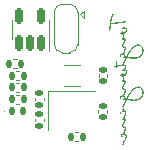
<source format=gbo>
G04 #@! TF.GenerationSoftware,KiCad,Pcbnew,(7.0.0-0)*
G04 #@! TF.CreationDate,2023-05-05T14:07:15+08:00*
G04 #@! TF.ProjectId,SWDProgrammer,53574450-726f-4677-9261-6d6d65722e6b,rev?*
G04 #@! TF.SameCoordinates,Original*
G04 #@! TF.FileFunction,Legend,Bot*
G04 #@! TF.FilePolarity,Positive*
%FSLAX46Y46*%
G04 Gerber Fmt 4.6, Leading zero omitted, Abs format (unit mm)*
G04 Created by KiCad (PCBNEW (7.0.0-0)) date 2023-05-05 14:07:15*
%MOMM*%
%LPD*%
G01*
G04 APERTURE LIST*
G04 Aperture macros list*
%AMRoundRect*
0 Rectangle with rounded corners*
0 $1 Rounding radius*
0 $2 $3 $4 $5 $6 $7 $8 $9 X,Y pos of 4 corners*
0 Add a 4 corners polygon primitive as box body*
4,1,4,$2,$3,$4,$5,$6,$7,$8,$9,$2,$3,0*
0 Add four circle primitives for the rounded corners*
1,1,$1+$1,$2,$3*
1,1,$1+$1,$4,$5*
1,1,$1+$1,$6,$7*
1,1,$1+$1,$8,$9*
0 Add four rect primitives between the rounded corners*
20,1,$1+$1,$2,$3,$4,$5,0*
20,1,$1+$1,$4,$5,$6,$7,0*
20,1,$1+$1,$6,$7,$8,$9,0*
20,1,$1+$1,$8,$9,$2,$3,0*%
%AMFreePoly0*
4,1,19,0.550000,-0.750000,0.000000,-0.750000,0.000000,-0.744911,-0.071157,-0.744911,-0.207708,-0.704816,-0.327430,-0.627875,-0.420627,-0.520320,-0.479746,-0.390866,-0.500000,-0.250000,-0.500000,0.250000,-0.479746,0.390866,-0.420627,0.520320,-0.327430,0.627875,-0.207708,0.704816,-0.071157,0.744911,0.000000,0.744911,0.000000,0.750000,0.550000,0.750000,0.550000,-0.750000,0.550000,-0.750000,
$1*%
%AMFreePoly1*
4,1,19,0.000000,0.744911,0.071157,0.744911,0.207708,0.704816,0.327430,0.627875,0.420627,0.520320,0.479746,0.390866,0.500000,0.250000,0.500000,-0.250000,0.479746,-0.390866,0.420627,-0.520320,0.327430,-0.627875,0.207708,-0.704816,0.071157,-0.744911,0.000000,-0.744911,0.000000,-0.750000,-0.550000,-0.750000,-0.550000,0.750000,0.000000,0.750000,0.000000,0.744911,0.000000,0.744911,
$1*%
G04 Aperture macros list end*
%ADD10C,0.150000*%
%ADD11C,0.120000*%
%ADD12C,0.100000*%
%ADD13C,1.300000*%
%ADD14O,2.200000X1.000000*%
%ADD15O,1.800000X1.000000*%
%ADD16RoundRect,0.135000X-0.135000X-0.185000X0.135000X-0.185000X0.135000X0.185000X-0.135000X0.185000X0*%
%ADD17RoundRect,0.140000X0.170000X-0.140000X0.170000X0.140000X-0.170000X0.140000X-0.170000X-0.140000X0*%
%ADD18RoundRect,0.147500X-0.147500X-0.172500X0.147500X-0.172500X0.147500X0.172500X-0.147500X0.172500X0*%
%ADD19R,1.000000X1.800000*%
%ADD20RoundRect,0.150000X0.150000X-0.512500X0.150000X0.512500X-0.150000X0.512500X-0.150000X-0.512500X0*%
%ADD21RoundRect,0.135000X0.135000X0.185000X-0.135000X0.185000X-0.135000X-0.185000X0.135000X-0.185000X0*%
%ADD22FreePoly0,270.000000*%
%ADD23R,1.500000X1.000000*%
%ADD24FreePoly1,270.000000*%
%ADD25R,1.400000X1.200000*%
%ADD26RoundRect,0.140000X-0.170000X0.140000X-0.170000X-0.140000X0.170000X-0.140000X0.170000X0.140000X0*%
G04 APERTURE END LIST*
D10*
G36*
X136407623Y-84039654D02*
G01*
X136405196Y-84055059D01*
X136397823Y-84068917D01*
X136385367Y-84079685D01*
X136370189Y-84085356D01*
X136367690Y-84085816D01*
X136328687Y-84093223D01*
X136289647Y-84100470D01*
X136250571Y-84107556D01*
X136211460Y-84114483D01*
X136172316Y-84121251D01*
X136133139Y-84127860D01*
X136093932Y-84134311D01*
X136054694Y-84140605D01*
X136015429Y-84146741D01*
X135976136Y-84152720D01*
X135936817Y-84158543D01*
X135897473Y-84164210D01*
X135858106Y-84169722D01*
X135818718Y-84175079D01*
X135779308Y-84180281D01*
X135739879Y-84185330D01*
X135700431Y-84190225D01*
X135660967Y-84194967D01*
X135621487Y-84199556D01*
X135581992Y-84203993D01*
X135542484Y-84208279D01*
X135502965Y-84212414D01*
X135463435Y-84216398D01*
X135423895Y-84220232D01*
X135384348Y-84223916D01*
X135344793Y-84227450D01*
X135305234Y-84230836D01*
X135265670Y-84234074D01*
X135226103Y-84237164D01*
X135186534Y-84240106D01*
X135146965Y-84242902D01*
X135107397Y-84245551D01*
X135104696Y-84267924D01*
X135102087Y-84290261D01*
X135099569Y-84312566D01*
X135097138Y-84334846D01*
X135094794Y-84357107D01*
X135092533Y-84379355D01*
X135090354Y-84401595D01*
X135088254Y-84423833D01*
X135086232Y-84446075D01*
X135084284Y-84468328D01*
X135082410Y-84490597D01*
X135080606Y-84512888D01*
X135078871Y-84535207D01*
X135077203Y-84557559D01*
X135075599Y-84579952D01*
X135074057Y-84602390D01*
X135061235Y-84783007D01*
X135058473Y-84798448D01*
X135051133Y-84813707D01*
X135040318Y-84825302D01*
X135026999Y-84833132D01*
X135012146Y-84837095D01*
X135004448Y-84837595D01*
X134989546Y-84835818D01*
X134973886Y-84829251D01*
X134961486Y-84817846D01*
X134954570Y-84804219D01*
X134952058Y-84787037D01*
X134952058Y-84783007D01*
X134952667Y-84768232D01*
X134953323Y-84753444D01*
X134954027Y-84738646D01*
X134954777Y-84723836D01*
X134955571Y-84709018D01*
X134956409Y-84694190D01*
X134957290Y-84679354D01*
X134958212Y-84664511D01*
X134959174Y-84649662D01*
X134960176Y-84634807D01*
X134961215Y-84619947D01*
X134962291Y-84605083D01*
X134963403Y-84590216D01*
X134964550Y-84575346D01*
X134965730Y-84560475D01*
X134966942Y-84545603D01*
X134968185Y-84530731D01*
X134969458Y-84515860D01*
X134970760Y-84500990D01*
X134972090Y-84486123D01*
X134973446Y-84471259D01*
X134974828Y-84456400D01*
X134976234Y-84441544D01*
X134977664Y-84426695D01*
X134979115Y-84411852D01*
X134980587Y-84397016D01*
X134982079Y-84382189D01*
X134983589Y-84367370D01*
X134985117Y-84352561D01*
X134986661Y-84337762D01*
X134988220Y-84322974D01*
X134989794Y-84308199D01*
X134992177Y-84286119D01*
X134994592Y-84263985D01*
X134997046Y-84241801D01*
X134999549Y-84219573D01*
X135002108Y-84197305D01*
X135004730Y-84175005D01*
X135007426Y-84152676D01*
X135010201Y-84130324D01*
X135013065Y-84107954D01*
X135016026Y-84085572D01*
X135019092Y-84063182D01*
X135022271Y-84040791D01*
X135025570Y-84018403D01*
X135028999Y-83996025D01*
X135032565Y-83973660D01*
X135036276Y-83951314D01*
X135040141Y-83928994D01*
X135044167Y-83906703D01*
X135048363Y-83884448D01*
X135052737Y-83862233D01*
X135057297Y-83840064D01*
X135062051Y-83817946D01*
X135067008Y-83795885D01*
X135072174Y-83773885D01*
X135077559Y-83751953D01*
X135083170Y-83730093D01*
X135089017Y-83708311D01*
X135095105Y-83686611D01*
X135101445Y-83665000D01*
X135108044Y-83643483D01*
X135114910Y-83622064D01*
X135122051Y-83600750D01*
X135127718Y-83584495D01*
X135133620Y-83568069D01*
X135139804Y-83551548D01*
X135146317Y-83535010D01*
X135153206Y-83518532D01*
X135160517Y-83502192D01*
X135168298Y-83486066D01*
X135176594Y-83470232D01*
X135185452Y-83454768D01*
X135194920Y-83439750D01*
X135205043Y-83425255D01*
X135215869Y-83411362D01*
X135227444Y-83398147D01*
X135239815Y-83385688D01*
X135253029Y-83374062D01*
X135267131Y-83363346D01*
X135281358Y-83356927D01*
X135296441Y-83354919D01*
X135312618Y-83357329D01*
X135327490Y-83364857D01*
X135337326Y-83375993D01*
X135342317Y-83391688D01*
X135342602Y-83397051D01*
X135340507Y-83412736D01*
X135335792Y-83426746D01*
X135327898Y-83442746D01*
X135318578Y-83457642D01*
X135309147Y-83470605D01*
X135300837Y-83480949D01*
X135291117Y-83494716D01*
X135281872Y-83509222D01*
X135272925Y-83525116D01*
X135265395Y-83539957D01*
X135257223Y-83557602D01*
X135248463Y-83578321D01*
X135242323Y-83593974D01*
X135235962Y-83611193D01*
X135229396Y-83630059D01*
X135222812Y-83649433D01*
X135216517Y-83668940D01*
X135210497Y-83688569D01*
X135204741Y-83708306D01*
X135199236Y-83728140D01*
X135193969Y-83748059D01*
X135188930Y-83768049D01*
X135184104Y-83788099D01*
X135179480Y-83808196D01*
X135175046Y-83828328D01*
X135170789Y-83848483D01*
X135166696Y-83868648D01*
X135162756Y-83888810D01*
X135158956Y-83908959D01*
X135155284Y-83929080D01*
X135151727Y-83949162D01*
X135148740Y-83966321D01*
X135145765Y-83983577D01*
X135142811Y-84000908D01*
X135139890Y-84018295D01*
X135137012Y-84035719D01*
X135134189Y-84053159D01*
X135131431Y-84070596D01*
X135128749Y-84088008D01*
X135126154Y-84105378D01*
X135123656Y-84122684D01*
X135122051Y-84134176D01*
X135160239Y-84131533D01*
X135198416Y-84128757D01*
X135236583Y-84125845D01*
X135274738Y-84122797D01*
X135312882Y-84119613D01*
X135351014Y-84116291D01*
X135389135Y-84112830D01*
X135427244Y-84109229D01*
X135465341Y-84105488D01*
X135503427Y-84101605D01*
X135541500Y-84097580D01*
X135579561Y-84093411D01*
X135617610Y-84089098D01*
X135655647Y-84084639D01*
X135693670Y-84080035D01*
X135731681Y-84075283D01*
X135769679Y-84070383D01*
X135807664Y-84065334D01*
X135845636Y-84060135D01*
X135883595Y-84054785D01*
X135921540Y-84049283D01*
X135959472Y-84043629D01*
X135997390Y-84037820D01*
X136035294Y-84031857D01*
X136073184Y-84025739D01*
X136111061Y-84019463D01*
X136148923Y-84013031D01*
X136186770Y-84006439D01*
X136224603Y-83999689D01*
X136262422Y-83992778D01*
X136300225Y-83985706D01*
X136338014Y-83978471D01*
X136348639Y-83978471D01*
X136364490Y-83980652D01*
X136378229Y-83986684D01*
X136391595Y-83997934D01*
X136401174Y-84012314D01*
X136406561Y-84028505D01*
X136407623Y-84039654D01*
G37*
G36*
X136268771Y-84521423D02*
G01*
X136284073Y-84524263D01*
X136299168Y-84527964D01*
X136314006Y-84532512D01*
X136328534Y-84537892D01*
X136342702Y-84544091D01*
X136356458Y-84551092D01*
X136369750Y-84558883D01*
X136382527Y-84567448D01*
X136394738Y-84576772D01*
X136406330Y-84586843D01*
X136417252Y-84597644D01*
X136427453Y-84609162D01*
X136436881Y-84621381D01*
X136445485Y-84634288D01*
X136453213Y-84647868D01*
X136460013Y-84662107D01*
X136465420Y-84676136D01*
X136469952Y-84690341D01*
X136473591Y-84704631D01*
X136476756Y-84721758D01*
X136478584Y-84738715D01*
X136479064Y-84752599D01*
X136477714Y-84778595D01*
X136473777Y-84804568D01*
X136467422Y-84830391D01*
X136458817Y-84855937D01*
X136448132Y-84881079D01*
X136435536Y-84905691D01*
X136421199Y-84929646D01*
X136405288Y-84952817D01*
X136387973Y-84975078D01*
X136369423Y-84996303D01*
X136349808Y-85016364D01*
X136329296Y-85035134D01*
X136308056Y-85052488D01*
X136286257Y-85068299D01*
X136264069Y-85082439D01*
X136241660Y-85094783D01*
X136243859Y-85136915D01*
X136243520Y-85158626D01*
X136242538Y-85180467D01*
X136240968Y-85202410D01*
X136238861Y-85224430D01*
X136236271Y-85246502D01*
X136233252Y-85268600D01*
X136229856Y-85290698D01*
X136226136Y-85312770D01*
X136222145Y-85334790D01*
X136217938Y-85356734D01*
X136213566Y-85378574D01*
X136209083Y-85400285D01*
X136204542Y-85421842D01*
X136199996Y-85443218D01*
X136195498Y-85464389D01*
X136191102Y-85485327D01*
X136186147Y-85499216D01*
X136177214Y-85511550D01*
X136163945Y-85520741D01*
X136148697Y-85524931D01*
X136142742Y-85525261D01*
X136126246Y-85522911D01*
X136110619Y-85516200D01*
X136097195Y-85505634D01*
X136087307Y-85491722D01*
X136082287Y-85474969D01*
X136081926Y-85468841D01*
X136084124Y-85456018D01*
X136088035Y-85437127D01*
X136091923Y-85418233D01*
X136095762Y-85399332D01*
X136099528Y-85380421D01*
X136103198Y-85361498D01*
X136106747Y-85342558D01*
X136110152Y-85323600D01*
X136113387Y-85304618D01*
X136116429Y-85285611D01*
X136119254Y-85266575D01*
X136121837Y-85247507D01*
X136124155Y-85228403D01*
X136126183Y-85209261D01*
X136127896Y-85190077D01*
X136129272Y-85170847D01*
X136130286Y-85151570D01*
X136130907Y-85136578D01*
X136132484Y-85128489D01*
X136088154Y-85132519D01*
X136073191Y-85132041D01*
X136058306Y-85130618D01*
X136043576Y-85128268D01*
X136029077Y-85125008D01*
X136014888Y-85120855D01*
X136001085Y-85115826D01*
X135984492Y-85108335D01*
X135974947Y-85103210D01*
X135959323Y-85092984D01*
X135945712Y-85081377D01*
X135934137Y-85068549D01*
X135924618Y-85054666D01*
X135917177Y-85039890D01*
X135911835Y-85024384D01*
X135908614Y-85008311D01*
X135907680Y-84994033D01*
X136018911Y-84994033D01*
X136026393Y-85006793D01*
X136039918Y-85012987D01*
X136054675Y-85016325D01*
X136071307Y-85018299D01*
X136088595Y-85019186D01*
X136098778Y-85019312D01*
X136115631Y-85019312D01*
X136107631Y-85006520D01*
X136098373Y-84995121D01*
X136087421Y-84984187D01*
X136075396Y-84974782D01*
X136060422Y-84967015D01*
X136048220Y-84964724D01*
X136034118Y-84968850D01*
X136023903Y-84980400D01*
X136023307Y-84981577D01*
X136018911Y-84994033D01*
X135907680Y-84994033D01*
X135907536Y-84991835D01*
X135908474Y-84976961D01*
X135911282Y-84961995D01*
X135915951Y-84947113D01*
X135922473Y-84932490D01*
X135930841Y-84918304D01*
X135941044Y-84904730D01*
X135945638Y-84899511D01*
X135956913Y-84889207D01*
X135968725Y-84880277D01*
X135984172Y-84871046D01*
X136000292Y-84863962D01*
X136016992Y-84859025D01*
X136034180Y-84856234D01*
X136048220Y-84855547D01*
X136064082Y-84856412D01*
X136079973Y-84858959D01*
X136095754Y-84863121D01*
X136111280Y-84868828D01*
X136126412Y-84876012D01*
X136141007Y-84884605D01*
X136154924Y-84894536D01*
X136168021Y-84905739D01*
X136180159Y-84918085D01*
X136190780Y-84931248D01*
X136200145Y-84945270D01*
X136208516Y-84960196D01*
X136216152Y-84976068D01*
X136218579Y-84981577D01*
X136232143Y-84972534D01*
X136245328Y-84962747D01*
X136258090Y-84952263D01*
X136270386Y-84941128D01*
X136282170Y-84929387D01*
X136293399Y-84917086D01*
X136304030Y-84904273D01*
X136314017Y-84890993D01*
X136323318Y-84877292D01*
X136331888Y-84863217D01*
X136339682Y-84848813D01*
X136346658Y-84834126D01*
X136352771Y-84819204D01*
X136357977Y-84804092D01*
X136362232Y-84788836D01*
X136365491Y-84773482D01*
X136367690Y-84754797D01*
X136366757Y-84739727D01*
X136364016Y-84725275D01*
X136357696Y-84707096D01*
X136348515Y-84690329D01*
X136336674Y-84675155D01*
X136326169Y-84664929D01*
X136314366Y-84655776D01*
X136301352Y-84647772D01*
X136287210Y-84640994D01*
X136277198Y-84637194D01*
X136262949Y-84633717D01*
X136248218Y-84631527D01*
X136232416Y-84630606D01*
X136231036Y-84630600D01*
X136212222Y-84631653D01*
X136193529Y-84634698D01*
X136175111Y-84639564D01*
X136157122Y-84646079D01*
X136139717Y-84654070D01*
X136123050Y-84663366D01*
X136107276Y-84673796D01*
X136092550Y-84685188D01*
X136079516Y-84694011D01*
X136064935Y-84699356D01*
X136056646Y-84700209D01*
X136041386Y-84698158D01*
X136027258Y-84692499D01*
X136014857Y-84683968D01*
X136004779Y-84673304D01*
X135996590Y-84658730D01*
X135993632Y-84643422D01*
X135996848Y-84628074D01*
X136005357Y-84614739D01*
X136012683Y-84607519D01*
X136024642Y-84597898D01*
X136036886Y-84588699D01*
X136049404Y-84579950D01*
X136062188Y-84571678D01*
X136075229Y-84563911D01*
X136088520Y-84556675D01*
X136102051Y-84549999D01*
X136115814Y-84543909D01*
X136129800Y-84538433D01*
X136144001Y-84533598D01*
X136158408Y-84529432D01*
X136173013Y-84525963D01*
X136187806Y-84523216D01*
X136202780Y-84521221D01*
X136217925Y-84520003D01*
X136233234Y-84519591D01*
X136268771Y-84521423D01*
G37*
G36*
X136371720Y-86302320D02*
G01*
X136371179Y-86317467D01*
X136369712Y-86332614D01*
X136367548Y-86347760D01*
X136364918Y-86362907D01*
X136363293Y-86371563D01*
X136357270Y-86397133D01*
X136350244Y-86422594D01*
X136342296Y-86447940D01*
X136333503Y-86473166D01*
X136323947Y-86498265D01*
X136313705Y-86523231D01*
X136302859Y-86548059D01*
X136291486Y-86572742D01*
X136279667Y-86597276D01*
X136267480Y-86621653D01*
X136255007Y-86645868D01*
X136242324Y-86669915D01*
X136229513Y-86693788D01*
X136216653Y-86717481D01*
X136203823Y-86740989D01*
X136191102Y-86764305D01*
X136182275Y-86776636D01*
X136170158Y-86786002D01*
X136155013Y-86791157D01*
X136147138Y-86791782D01*
X136131492Y-86789242D01*
X136116400Y-86782122D01*
X136103270Y-86771178D01*
X136093506Y-86757161D01*
X136088514Y-86740826D01*
X136088154Y-86734996D01*
X136090566Y-86720385D01*
X136096580Y-86707519D01*
X136110555Y-86681822D01*
X136117638Y-86668642D01*
X136124759Y-86655270D01*
X136131899Y-86641728D01*
X136139038Y-86628038D01*
X136146157Y-86614221D01*
X136153235Y-86600300D01*
X136160254Y-86586296D01*
X136167193Y-86572231D01*
X136174034Y-86558128D01*
X136180757Y-86544007D01*
X136187343Y-86529891D01*
X136193771Y-86515802D01*
X136200022Y-86501762D01*
X136206077Y-86487792D01*
X136211917Y-86473914D01*
X136217521Y-86460150D01*
X136227945Y-86433053D01*
X136237194Y-86406675D01*
X136245112Y-86381191D01*
X136251542Y-86356776D01*
X136256329Y-86333605D01*
X136259315Y-86311853D01*
X136260345Y-86291695D01*
X136258513Y-86281437D01*
X136241994Y-86269278D01*
X136225663Y-86258548D01*
X136209592Y-86248916D01*
X136193856Y-86240054D01*
X136178524Y-86231631D01*
X136163671Y-86223318D01*
X136149369Y-86214785D01*
X136135689Y-86205703D01*
X136122706Y-86195741D01*
X136110490Y-86184571D01*
X136102808Y-86176290D01*
X136093359Y-86163754D01*
X136084980Y-86150882D01*
X136077641Y-86137688D01*
X136071310Y-86124184D01*
X136065958Y-86110384D01*
X136061553Y-86096298D01*
X136058064Y-86081942D01*
X136055461Y-86067326D01*
X136053713Y-86052464D01*
X136052790Y-86037368D01*
X136052616Y-86027180D01*
X136053215Y-86008224D01*
X136054969Y-85989130D01*
X136057816Y-85969992D01*
X136061697Y-85950905D01*
X136066548Y-85931963D01*
X136072308Y-85913260D01*
X136078916Y-85894890D01*
X136086310Y-85876948D01*
X136094429Y-85859527D01*
X136103211Y-85842723D01*
X136109403Y-85831908D01*
X136117397Y-85818944D01*
X136125670Y-85806004D01*
X136134145Y-85793072D01*
X136142748Y-85780131D01*
X136151405Y-85767161D01*
X136160041Y-85754145D01*
X136168581Y-85741066D01*
X136176951Y-85727906D01*
X136185077Y-85714648D01*
X136192883Y-85701273D01*
X136200295Y-85687764D01*
X136207239Y-85674102D01*
X136213640Y-85660272D01*
X136219423Y-85646254D01*
X136224514Y-85632031D01*
X136228838Y-85617585D01*
X136231890Y-85602065D01*
X136234536Y-85586361D01*
X136235432Y-85573621D01*
X136234088Y-85558440D01*
X136226375Y-85544964D01*
X136211866Y-85538510D01*
X136197330Y-85535886D01*
X136182113Y-85536894D01*
X136167638Y-85539624D01*
X136150255Y-85544783D01*
X136133263Y-85551079D01*
X136116234Y-85557645D01*
X136102297Y-85562514D01*
X136087843Y-85566561D01*
X136084124Y-85567393D01*
X136068777Y-85564476D01*
X136055942Y-85556574D01*
X136045967Y-85544963D01*
X136039198Y-85530917D01*
X136035985Y-85515712D01*
X136035764Y-85510607D01*
X136037350Y-85495613D01*
X136042355Y-85481540D01*
X136051147Y-85469308D01*
X136064094Y-85459837D01*
X136073499Y-85456018D01*
X136089377Y-85450551D01*
X136105384Y-85445256D01*
X136121477Y-85440305D01*
X136137613Y-85435868D01*
X136153749Y-85432119D01*
X136169842Y-85429228D01*
X136185848Y-85427368D01*
X136201727Y-85426709D01*
X136216493Y-85427457D01*
X136237754Y-85431277D01*
X136257746Y-85438124D01*
X136276241Y-85447762D01*
X136293010Y-85459957D01*
X136307825Y-85474472D01*
X136320459Y-85491073D01*
X136330682Y-85509524D01*
X136338267Y-85529589D01*
X136342985Y-85551034D01*
X136344426Y-85565980D01*
X136344609Y-85573621D01*
X136343814Y-85592871D01*
X136341511Y-85612005D01*
X136337825Y-85631013D01*
X136332879Y-85649882D01*
X136326798Y-85668601D01*
X136319705Y-85687158D01*
X136311725Y-85705542D01*
X136302981Y-85723739D01*
X136293597Y-85741739D01*
X136283697Y-85759530D01*
X136273406Y-85777099D01*
X136262847Y-85794436D01*
X136252144Y-85811528D01*
X136241421Y-85828363D01*
X136230802Y-85844930D01*
X136220411Y-85861217D01*
X136212192Y-85875035D01*
X136204118Y-85889265D01*
X136196334Y-85903874D01*
X136188984Y-85918829D01*
X136182214Y-85934099D01*
X136176168Y-85949650D01*
X136170992Y-85965449D01*
X136166830Y-85981465D01*
X136163828Y-85997664D01*
X136162129Y-86014014D01*
X136161793Y-86024982D01*
X136163991Y-86050261D01*
X136167973Y-86067280D01*
X136174244Y-86082239D01*
X136182532Y-86095398D01*
X136192568Y-86107013D01*
X136204080Y-86117345D01*
X136216799Y-86126652D01*
X136230454Y-86135193D01*
X136244774Y-86143226D01*
X136259490Y-86151010D01*
X136274330Y-86158804D01*
X136289024Y-86166866D01*
X136303301Y-86175455D01*
X136316892Y-86184829D01*
X136329525Y-86195248D01*
X136340930Y-86206970D01*
X136350837Y-86220254D01*
X136358206Y-86234703D01*
X136363884Y-86249601D01*
X136367959Y-86264934D01*
X136370518Y-86280687D01*
X136371646Y-86296846D01*
X136371720Y-86302320D01*
G37*
G36*
X137451186Y-85962272D02*
G01*
X137469799Y-85963233D01*
X137488198Y-85964923D01*
X137506396Y-85967417D01*
X137524404Y-85970787D01*
X137542236Y-85975105D01*
X137559906Y-85980445D01*
X137577424Y-85986880D01*
X137597922Y-85994903D01*
X137617777Y-86003970D01*
X137636971Y-86014047D01*
X137655489Y-86025097D01*
X137673313Y-86037082D01*
X137690427Y-86049966D01*
X137706815Y-86063714D01*
X137722459Y-86078288D01*
X137737343Y-86093652D01*
X137751451Y-86109770D01*
X137764766Y-86126604D01*
X137777270Y-86144119D01*
X137788949Y-86162278D01*
X137799784Y-86181045D01*
X137809759Y-86200382D01*
X137818859Y-86220254D01*
X137825303Y-86235300D01*
X137831313Y-86250480D01*
X137836890Y-86265781D01*
X137842037Y-86281191D01*
X137846757Y-86296697D01*
X137851052Y-86312288D01*
X137854926Y-86327951D01*
X137858380Y-86343673D01*
X137861418Y-86359443D01*
X137864042Y-86375247D01*
X137866255Y-86391074D01*
X137868060Y-86406911D01*
X137869459Y-86422746D01*
X137870455Y-86438567D01*
X137871051Y-86454360D01*
X137871249Y-86470115D01*
X137871046Y-86486462D01*
X137870442Y-86502801D01*
X137869438Y-86519122D01*
X137868039Y-86535415D01*
X137866248Y-86551674D01*
X137864069Y-86567887D01*
X137861504Y-86584048D01*
X137858558Y-86600145D01*
X137855233Y-86616172D01*
X137851533Y-86632118D01*
X137847462Y-86647974D01*
X137843022Y-86663733D01*
X137838218Y-86679385D01*
X137833053Y-86694920D01*
X137827530Y-86710331D01*
X137821652Y-86725608D01*
X137815424Y-86740742D01*
X137808847Y-86755724D01*
X137801927Y-86770546D01*
X137794666Y-86785199D01*
X137787068Y-86799673D01*
X137779136Y-86813959D01*
X137770873Y-86828049D01*
X137762284Y-86841934D01*
X137753371Y-86855605D01*
X137744137Y-86869053D01*
X137734587Y-86882269D01*
X137724724Y-86895244D01*
X137714550Y-86907969D01*
X137704070Y-86920435D01*
X137693287Y-86932634D01*
X137682205Y-86944556D01*
X137671648Y-86955280D01*
X137660867Y-86965745D01*
X137649866Y-86975950D01*
X137638652Y-86985897D01*
X137627233Y-86995586D01*
X137615613Y-87005017D01*
X137603799Y-87014190D01*
X137591799Y-87023107D01*
X137579617Y-87031767D01*
X137567261Y-87040172D01*
X137554737Y-87048320D01*
X137542051Y-87056213D01*
X137529210Y-87063851D01*
X137516220Y-87071235D01*
X137503087Y-87078364D01*
X137489818Y-87085240D01*
X137476419Y-87091863D01*
X137462896Y-87098232D01*
X137449257Y-87104350D01*
X137435506Y-87110215D01*
X137421652Y-87115828D01*
X137407699Y-87121190D01*
X137393654Y-87126301D01*
X137379525Y-87131162D01*
X137365316Y-87135772D01*
X137351035Y-87140133D01*
X137336688Y-87144245D01*
X137322281Y-87148108D01*
X137307821Y-87151722D01*
X137293313Y-87155088D01*
X137278765Y-87158206D01*
X137264183Y-87161078D01*
X137244652Y-87164372D01*
X137225017Y-87167258D01*
X137205287Y-87169757D01*
X137185473Y-87171884D01*
X137165588Y-87173659D01*
X137145640Y-87175099D01*
X137125642Y-87176223D01*
X137105605Y-87177049D01*
X137085538Y-87177594D01*
X137065453Y-87177878D01*
X137052058Y-87177930D01*
X137035572Y-87177916D01*
X137019085Y-87177814D01*
X137002599Y-87177539D01*
X136986113Y-87177003D01*
X136969626Y-87176119D01*
X136964131Y-87175732D01*
X136440963Y-87129570D01*
X136430704Y-87129570D01*
X136422445Y-87146110D01*
X136414223Y-87162687D01*
X136406040Y-87179301D01*
X136397895Y-87195950D01*
X136389790Y-87212632D01*
X136381725Y-87229347D01*
X136373702Y-87246093D01*
X136365720Y-87262870D01*
X136357782Y-87279675D01*
X136349888Y-87296508D01*
X136342038Y-87313368D01*
X136334233Y-87330254D01*
X136326475Y-87347163D01*
X136318763Y-87364095D01*
X136311099Y-87381049D01*
X136303484Y-87398024D01*
X136295919Y-87415018D01*
X136288403Y-87432030D01*
X136280938Y-87449059D01*
X136273525Y-87466103D01*
X136266165Y-87483162D01*
X136258858Y-87500235D01*
X136251606Y-87517319D01*
X136244408Y-87534414D01*
X136237266Y-87551519D01*
X136230181Y-87568633D01*
X136223153Y-87585753D01*
X136216184Y-87602880D01*
X136209273Y-87620012D01*
X136202423Y-87637147D01*
X136195632Y-87654284D01*
X136188904Y-87671423D01*
X136182676Y-87686078D01*
X136175196Y-87700830D01*
X136164428Y-87711924D01*
X136151294Y-87719383D01*
X136136714Y-87723229D01*
X136128087Y-87723813D01*
X136112982Y-87721893D01*
X136098901Y-87716336D01*
X136086946Y-87707447D01*
X136078216Y-87695529D01*
X136073814Y-87680887D01*
X136073499Y-87675453D01*
X136077896Y-87656769D01*
X136084019Y-87639636D01*
X136090229Y-87622517D01*
X136096524Y-87605413D01*
X136102904Y-87588324D01*
X136109367Y-87571250D01*
X136115912Y-87554193D01*
X136122538Y-87537153D01*
X136129244Y-87520132D01*
X136136028Y-87503129D01*
X136142889Y-87486146D01*
X136149825Y-87469183D01*
X136156837Y-87452241D01*
X136163922Y-87435320D01*
X136171080Y-87418423D01*
X136178308Y-87401548D01*
X136185607Y-87384697D01*
X136192974Y-87367871D01*
X136200408Y-87351071D01*
X136207909Y-87334296D01*
X136215475Y-87317549D01*
X136223105Y-87300829D01*
X136230798Y-87284138D01*
X136238552Y-87267475D01*
X136246366Y-87250843D01*
X136254239Y-87234241D01*
X136262170Y-87217670D01*
X136270158Y-87201132D01*
X136278201Y-87184626D01*
X136286298Y-87168154D01*
X136294448Y-87151716D01*
X136302651Y-87135313D01*
X136310903Y-87118946D01*
X136168021Y-87106489D01*
X136153336Y-87103003D01*
X136138736Y-87095501D01*
X136127570Y-87085133D01*
X136119077Y-87070477D01*
X136115686Y-87054269D01*
X136115631Y-87051901D01*
X136117423Y-87037113D01*
X136122814Y-87023426D01*
X136123440Y-87022592D01*
X136487124Y-87022592D01*
X136676168Y-87039078D01*
X136699427Y-87041138D01*
X136722636Y-87043309D01*
X136745805Y-87045559D01*
X136768944Y-87047854D01*
X136792065Y-87050159D01*
X136815176Y-87052441D01*
X136838288Y-87054667D01*
X136861411Y-87056801D01*
X136884556Y-87058811D01*
X136907733Y-87060663D01*
X136930951Y-87062323D01*
X136954222Y-87063756D01*
X136977554Y-87064930D01*
X137000960Y-87065811D01*
X137024447Y-87066364D01*
X137048028Y-87066556D01*
X137087962Y-87066556D01*
X137117081Y-87065722D01*
X137146161Y-87064028D01*
X137175161Y-87061446D01*
X137204042Y-87057946D01*
X137232764Y-87053502D01*
X137261288Y-87048086D01*
X137289573Y-87041669D01*
X137317581Y-87034224D01*
X137345270Y-87025723D01*
X137372603Y-87016138D01*
X137399538Y-87005440D01*
X137426036Y-86993603D01*
X137452058Y-86980599D01*
X137477563Y-86966398D01*
X137502512Y-86950974D01*
X137514766Y-86942794D01*
X137526866Y-86934298D01*
X137540660Y-86923856D01*
X137554080Y-86913009D01*
X137567123Y-86901773D01*
X137579784Y-86890160D01*
X137592058Y-86878185D01*
X137603943Y-86865864D01*
X137615432Y-86853208D01*
X137626523Y-86840234D01*
X137637211Y-86826955D01*
X137647491Y-86813385D01*
X137657360Y-86799539D01*
X137666814Y-86785431D01*
X137675847Y-86771075D01*
X137684456Y-86756485D01*
X137692637Y-86741676D01*
X137700385Y-86726661D01*
X137707697Y-86711456D01*
X137714567Y-86696073D01*
X137720992Y-86680528D01*
X137726968Y-86664834D01*
X137732489Y-86649007D01*
X137737553Y-86633059D01*
X137742155Y-86617006D01*
X137746290Y-86600861D01*
X137749954Y-86584639D01*
X137753144Y-86568354D01*
X137755854Y-86552020D01*
X137758081Y-86535651D01*
X137759821Y-86519262D01*
X137761069Y-86502867D01*
X137761821Y-86486480D01*
X137762072Y-86470115D01*
X137761779Y-86452083D01*
X137760899Y-86434257D01*
X137759425Y-86416637D01*
X137757355Y-86399223D01*
X137754684Y-86382015D01*
X137751407Y-86365014D01*
X137747521Y-86348218D01*
X137743021Y-86331629D01*
X137738024Y-86314384D01*
X137732376Y-86297433D01*
X137726078Y-86280812D01*
X137719133Y-86264556D01*
X137711542Y-86248701D01*
X137703306Y-86233284D01*
X137694427Y-86218340D01*
X137684907Y-86203905D01*
X137674747Y-86190016D01*
X137663949Y-86176708D01*
X137652514Y-86164017D01*
X137640445Y-86151979D01*
X137627742Y-86140630D01*
X137614408Y-86130006D01*
X137600444Y-86120143D01*
X137585851Y-86111078D01*
X137570600Y-86102905D01*
X137554859Y-86095702D01*
X137538723Y-86089478D01*
X137522287Y-86084241D01*
X137505644Y-86080001D01*
X137488890Y-86076765D01*
X137472119Y-86074543D01*
X137455425Y-86073342D01*
X137428314Y-86073342D01*
X137413642Y-86073557D01*
X137394528Y-86074530D01*
X137375815Y-86076318D01*
X137357378Y-86078957D01*
X137339092Y-86082480D01*
X137320833Y-86086922D01*
X137302477Y-86092317D01*
X137288570Y-86097009D01*
X137279204Y-86100453D01*
X137264532Y-86105754D01*
X137250053Y-86111414D01*
X137235763Y-86117423D01*
X137221659Y-86123771D01*
X137207739Y-86130448D01*
X137194000Y-86137445D01*
X137180438Y-86144751D01*
X137167051Y-86152357D01*
X137153835Y-86160251D01*
X137140789Y-86168425D01*
X137127908Y-86176868D01*
X137115190Y-86185571D01*
X137102632Y-86194522D01*
X137090231Y-86203713D01*
X137077984Y-86213133D01*
X137065888Y-86222773D01*
X137053941Y-86232622D01*
X137042138Y-86242670D01*
X137030478Y-86252907D01*
X137018957Y-86263324D01*
X137007572Y-86273910D01*
X136996320Y-86284656D01*
X136985199Y-86295550D01*
X136974206Y-86306585D01*
X136963337Y-86317748D01*
X136952589Y-86329031D01*
X136941960Y-86340423D01*
X136931447Y-86351914D01*
X136921046Y-86363495D01*
X136910756Y-86375155D01*
X136900572Y-86386885D01*
X136890491Y-86398674D01*
X136878365Y-86412919D01*
X136866368Y-86427284D01*
X136854500Y-86441764D01*
X136842757Y-86456357D01*
X136831137Y-86471058D01*
X136819637Y-86485864D01*
X136808255Y-86500772D01*
X136796988Y-86515779D01*
X136785834Y-86530880D01*
X136774791Y-86546073D01*
X136763854Y-86561354D01*
X136753023Y-86576720D01*
X136742295Y-86592167D01*
X136731666Y-86607693D01*
X136721135Y-86623292D01*
X136710698Y-86638963D01*
X136700354Y-86654701D01*
X136690100Y-86670503D01*
X136679933Y-86686367D01*
X136669850Y-86702287D01*
X136659850Y-86718262D01*
X136649929Y-86734287D01*
X136640085Y-86750359D01*
X136630316Y-86766475D01*
X136620618Y-86782631D01*
X136610990Y-86798824D01*
X136601429Y-86815050D01*
X136591932Y-86831306D01*
X136582496Y-86847589D01*
X136573120Y-86863895D01*
X136563801Y-86880221D01*
X136554535Y-86896563D01*
X136545884Y-86912241D01*
X136537253Y-86927950D01*
X136528666Y-86943684D01*
X136520143Y-86959440D01*
X136511706Y-86975213D01*
X136503376Y-86990999D01*
X136495175Y-87006793D01*
X136487124Y-87022592D01*
X136123440Y-87022592D01*
X136131828Y-87011416D01*
X136144487Y-87001657D01*
X136153367Y-86997313D01*
X136168307Y-86988697D01*
X136180157Y-86975681D01*
X136187670Y-86962424D01*
X136193037Y-86947791D01*
X136196257Y-86932543D01*
X136197330Y-86917445D01*
X136197330Y-86906821D01*
X136194474Y-86891838D01*
X136187409Y-86875078D01*
X136176964Y-86860607D01*
X136163674Y-86848534D01*
X136148077Y-86838969D01*
X136134298Y-86833195D01*
X136119661Y-86829152D01*
X136090352Y-86825122D01*
X136074970Y-86826084D01*
X136060305Y-86828887D01*
X136039720Y-86836268D01*
X136020922Y-86847085D01*
X136004014Y-86860913D01*
X135993842Y-86871595D01*
X135984587Y-86883302D01*
X135976279Y-86895908D01*
X135968948Y-86909287D01*
X135962625Y-86923314D01*
X135957342Y-86937863D01*
X135953127Y-86952809D01*
X135950013Y-86968026D01*
X135948028Y-86983388D01*
X135947470Y-86991085D01*
X135944831Y-87006525D01*
X135937531Y-87021784D01*
X135926682Y-87033379D01*
X135913297Y-87041209D01*
X135898390Y-87045173D01*
X135890683Y-87045673D01*
X135875578Y-87043693D01*
X135861497Y-87037868D01*
X135849541Y-87028372D01*
X135840812Y-87015379D01*
X135836410Y-86999063D01*
X135836095Y-86992916D01*
X135836095Y-86991085D01*
X135838154Y-86964086D01*
X135842602Y-86937608D01*
X135849324Y-86911820D01*
X135858203Y-86886888D01*
X135869121Y-86862983D01*
X135881961Y-86840273D01*
X135896606Y-86818925D01*
X135912940Y-86799110D01*
X135930845Y-86780994D01*
X135950205Y-86764747D01*
X135970902Y-86750538D01*
X135992819Y-86738534D01*
X136015840Y-86728904D01*
X136039847Y-86721817D01*
X136064723Y-86717441D01*
X136090352Y-86715945D01*
X136107056Y-86716602D01*
X136124136Y-86718573D01*
X136138595Y-86721218D01*
X136153205Y-86724776D01*
X136167915Y-86729247D01*
X136182676Y-86734630D01*
X136197953Y-86741791D01*
X136212189Y-86749777D01*
X136225394Y-86758537D01*
X136237573Y-86768020D01*
X136248735Y-86778175D01*
X136258887Y-86788951D01*
X136272237Y-86806167D01*
X136283357Y-86824494D01*
X136292272Y-86843759D01*
X136299008Y-86863790D01*
X136303589Y-86884415D01*
X136306042Y-86905463D01*
X136306507Y-86919644D01*
X136305850Y-86936118D01*
X136303879Y-86952520D01*
X136300595Y-86968777D01*
X136295997Y-86984816D01*
X136290085Y-87000566D01*
X136287822Y-87005739D01*
X136365491Y-87011967D01*
X136411653Y-86925872D01*
X136421336Y-86907962D01*
X136431083Y-86890093D01*
X136440896Y-86872265D01*
X136450776Y-86854480D01*
X136460726Y-86836739D01*
X136470748Y-86819044D01*
X136480842Y-86801396D01*
X136491011Y-86783797D01*
X136501257Y-86766247D01*
X136511582Y-86748749D01*
X136521987Y-86731304D01*
X136532474Y-86713912D01*
X136543045Y-86696576D01*
X136553702Y-86679297D01*
X136564447Y-86662077D01*
X136575281Y-86644916D01*
X136586206Y-86627817D01*
X136597224Y-86610780D01*
X136608337Y-86593807D01*
X136619547Y-86576899D01*
X136630855Y-86560058D01*
X136642264Y-86543286D01*
X136653775Y-86526583D01*
X136665389Y-86509951D01*
X136677110Y-86493392D01*
X136688937Y-86476906D01*
X136700875Y-86460496D01*
X136712923Y-86444162D01*
X136725084Y-86427907D01*
X136737360Y-86411731D01*
X136749753Y-86395635D01*
X136762264Y-86379623D01*
X136772973Y-86366269D01*
X136783807Y-86352938D01*
X136794769Y-86339640D01*
X136805861Y-86326388D01*
X136817087Y-86313193D01*
X136828448Y-86300066D01*
X136839947Y-86287019D01*
X136851588Y-86274064D01*
X136863373Y-86261212D01*
X136875304Y-86248474D01*
X136887384Y-86235862D01*
X136899616Y-86223388D01*
X136912003Y-86211064D01*
X136924547Y-86198900D01*
X136937251Y-86186908D01*
X136950117Y-86175100D01*
X136963149Y-86163487D01*
X136976349Y-86152081D01*
X136989719Y-86140894D01*
X137003263Y-86129937D01*
X137016983Y-86119221D01*
X137030881Y-86108758D01*
X137044961Y-86098560D01*
X137059225Y-86088638D01*
X137073676Y-86079003D01*
X137088316Y-86069668D01*
X137103148Y-86060644D01*
X137118175Y-86051941D01*
X137133400Y-86043573D01*
X137148825Y-86035550D01*
X137164452Y-86027883D01*
X137180286Y-86020586D01*
X137195332Y-86014071D01*
X137210516Y-86007864D01*
X137225827Y-86001980D01*
X137241257Y-85996434D01*
X137256796Y-85991243D01*
X137272436Y-85986421D01*
X137288166Y-85981985D01*
X137303979Y-85977950D01*
X137319865Y-85974331D01*
X137335815Y-85971144D01*
X137351820Y-85968405D01*
X137367870Y-85966129D01*
X137383957Y-85964332D01*
X137400071Y-85963029D01*
X137416203Y-85962235D01*
X137432344Y-85961967D01*
X137451186Y-85962272D01*
G37*
G36*
X136394801Y-87848743D02*
G01*
X136394237Y-87863680D01*
X136392625Y-87878728D01*
X136390087Y-87893759D01*
X136386741Y-87908644D01*
X136382708Y-87923254D01*
X136378108Y-87937461D01*
X136371745Y-87954455D01*
X136367690Y-87964148D01*
X136359816Y-87980050D01*
X136351205Y-87995483D01*
X136341909Y-88010469D01*
X136331981Y-88025028D01*
X136321473Y-88039181D01*
X136310438Y-88052949D01*
X136298929Y-88066354D01*
X136286998Y-88079415D01*
X136274698Y-88092155D01*
X136262081Y-88104594D01*
X136249200Y-88116752D01*
X136236108Y-88128651D01*
X136222856Y-88140312D01*
X136209499Y-88151756D01*
X136196088Y-88163003D01*
X136182676Y-88174075D01*
X136169100Y-88182192D01*
X136154164Y-88186104D01*
X136147138Y-88186531D01*
X136129826Y-88183836D01*
X136114050Y-88176408D01*
X136100881Y-88165231D01*
X136091394Y-88151292D01*
X136086659Y-88135575D01*
X136086322Y-88130111D01*
X136089406Y-88114763D01*
X136097726Y-88101427D01*
X136105006Y-88094207D01*
X136121062Y-88081109D01*
X136137195Y-88067744D01*
X136153273Y-88054057D01*
X136169162Y-88039996D01*
X136184727Y-88025504D01*
X136199834Y-88010528D01*
X136214349Y-87995013D01*
X136228139Y-87978906D01*
X136241069Y-87962151D01*
X136253006Y-87944695D01*
X136260345Y-87932641D01*
X136267917Y-87916989D01*
X136274088Y-87900937D01*
X136278771Y-87884469D01*
X136281880Y-87867571D01*
X136283328Y-87850229D01*
X136283426Y-87844347D01*
X136279755Y-87827830D01*
X136270194Y-87815555D01*
X136255801Y-87805526D01*
X136239953Y-87798420D01*
X136218974Y-87792054D01*
X136201784Y-87788393D01*
X136181781Y-87785317D01*
X136158752Y-87782930D01*
X136132484Y-87781332D01*
X136094748Y-87781332D01*
X136079773Y-87781430D01*
X136064800Y-87781720D01*
X136049828Y-87782197D01*
X136034861Y-87782854D01*
X136019898Y-87783688D01*
X136004941Y-87784692D01*
X135989991Y-87785860D01*
X135975050Y-87787188D01*
X135960119Y-87788671D01*
X135945198Y-87790301D01*
X135930290Y-87792075D01*
X135915394Y-87793987D01*
X135900514Y-87796031D01*
X135885649Y-87798202D01*
X135870800Y-87800494D01*
X135855970Y-87802902D01*
X135841160Y-87805421D01*
X135826369Y-87808045D01*
X135811601Y-87810768D01*
X135796855Y-87813586D01*
X135782134Y-87816493D01*
X135767438Y-87819483D01*
X135752769Y-87822551D01*
X135738127Y-87825691D01*
X135723514Y-87828899D01*
X135708932Y-87832168D01*
X135694381Y-87835493D01*
X135679862Y-87838869D01*
X135665378Y-87842291D01*
X135650928Y-87845752D01*
X135636514Y-87849248D01*
X135622138Y-87852773D01*
X135622138Y-87863398D01*
X135620232Y-87878839D01*
X135613529Y-87894097D01*
X135603049Y-87905692D01*
X135589892Y-87913522D01*
X135575162Y-87917486D01*
X135567550Y-87917986D01*
X135552557Y-87916153D01*
X135538484Y-87910685D01*
X135526251Y-87901626D01*
X135516780Y-87889025D01*
X135512962Y-87880251D01*
X135497991Y-87884118D01*
X135483046Y-87888036D01*
X135468152Y-87892023D01*
X135453336Y-87896096D01*
X135438623Y-87900272D01*
X135424038Y-87904568D01*
X135409608Y-87909002D01*
X135395359Y-87913590D01*
X135378506Y-87915788D01*
X135361938Y-87912902D01*
X135347968Y-87905065D01*
X135337031Y-87893510D01*
X135329562Y-87879466D01*
X135325996Y-87864167D01*
X135325750Y-87859002D01*
X135327606Y-87844278D01*
X135334353Y-87829050D01*
X135344408Y-87817848D01*
X135358434Y-87809301D01*
X135365683Y-87806612D01*
X135383818Y-87801199D01*
X135401953Y-87795941D01*
X135420088Y-87790821D01*
X135438224Y-87785820D01*
X135456359Y-87780923D01*
X135474494Y-87776112D01*
X135492629Y-87771369D01*
X135510764Y-87766678D01*
X135510764Y-87422295D01*
X135512647Y-87406877D01*
X135519288Y-87392034D01*
X135529708Y-87381075D01*
X135542850Y-87373883D01*
X135557656Y-87370342D01*
X135565352Y-87369905D01*
X135581476Y-87371663D01*
X135596199Y-87377015D01*
X135608508Y-87386076D01*
X135617387Y-87398963D01*
X135621823Y-87415790D01*
X135622138Y-87422295D01*
X135622138Y-87739200D01*
X135637135Y-87735720D01*
X135652172Y-87732288D01*
X135667247Y-87728913D01*
X135682359Y-87725599D01*
X135697506Y-87722355D01*
X135712685Y-87719185D01*
X135727893Y-87716097D01*
X135743130Y-87713097D01*
X135758393Y-87710192D01*
X135773679Y-87707387D01*
X135788986Y-87704690D01*
X135804313Y-87702106D01*
X135819657Y-87699643D01*
X135835016Y-87697306D01*
X135850388Y-87695103D01*
X135865771Y-87693039D01*
X135880334Y-87690727D01*
X135894897Y-87688470D01*
X135909460Y-87686283D01*
X135924023Y-87684177D01*
X135938586Y-87682166D01*
X135953148Y-87680262D01*
X135967711Y-87678478D01*
X135982274Y-87676827D01*
X136004119Y-87674629D01*
X136025963Y-87672802D01*
X136047808Y-87671391D01*
X136069652Y-87670438D01*
X136091497Y-87669988D01*
X136098778Y-87669958D01*
X136176448Y-87674354D01*
X136197907Y-87677029D01*
X136219646Y-87680456D01*
X136234156Y-87683261D01*
X136248581Y-87686556D01*
X136262840Y-87690402D01*
X136276849Y-87694863D01*
X136297211Y-87702841D01*
X136316542Y-87712550D01*
X136334563Y-87724202D01*
X136350991Y-87738004D01*
X136365546Y-87754169D01*
X136374071Y-87766362D01*
X136377948Y-87772906D01*
X136384270Y-87788368D01*
X136389215Y-87804462D01*
X136392667Y-87821187D01*
X136394351Y-87836024D01*
X136394801Y-87848743D01*
G37*
G36*
X136268771Y-88082484D02*
G01*
X136284073Y-88085324D01*
X136299168Y-88089025D01*
X136314006Y-88093573D01*
X136328534Y-88098953D01*
X136342702Y-88105151D01*
X136356458Y-88112153D01*
X136369750Y-88119943D01*
X136382527Y-88128508D01*
X136394738Y-88137833D01*
X136406330Y-88147903D01*
X136417252Y-88158705D01*
X136427453Y-88170222D01*
X136436881Y-88182442D01*
X136445485Y-88195349D01*
X136453213Y-88208929D01*
X136460013Y-88223168D01*
X136465420Y-88237197D01*
X136469952Y-88251402D01*
X136473591Y-88265691D01*
X136476756Y-88282819D01*
X136478584Y-88299775D01*
X136479064Y-88313660D01*
X136477714Y-88339656D01*
X136473777Y-88365629D01*
X136467422Y-88391452D01*
X136458817Y-88416997D01*
X136448132Y-88442139D01*
X136435536Y-88466751D01*
X136421199Y-88490706D01*
X136405288Y-88513878D01*
X136387973Y-88536139D01*
X136369423Y-88557363D01*
X136349808Y-88577424D01*
X136329296Y-88596195D01*
X136308056Y-88613549D01*
X136286257Y-88629360D01*
X136264069Y-88643500D01*
X136241660Y-88655844D01*
X136243859Y-88697976D01*
X136243520Y-88719687D01*
X136242538Y-88741527D01*
X136240968Y-88763471D01*
X136238861Y-88785491D01*
X136236271Y-88807563D01*
X136233252Y-88829661D01*
X136229856Y-88851759D01*
X136226136Y-88873831D01*
X136222145Y-88895851D01*
X136217938Y-88917794D01*
X136213566Y-88939635D01*
X136209083Y-88961346D01*
X136204542Y-88982903D01*
X136199996Y-89004279D01*
X136195498Y-89025450D01*
X136191102Y-89046388D01*
X136186147Y-89060277D01*
X136177214Y-89072611D01*
X136163945Y-89081802D01*
X136148697Y-89085991D01*
X136142742Y-89086322D01*
X136126246Y-89083972D01*
X136110619Y-89077261D01*
X136097195Y-89066695D01*
X136087307Y-89052782D01*
X136082287Y-89036030D01*
X136081926Y-89029902D01*
X136084124Y-89017079D01*
X136088035Y-88998188D01*
X136091923Y-88979293D01*
X136095762Y-88960393D01*
X136099528Y-88941482D01*
X136103198Y-88922559D01*
X136106747Y-88903619D01*
X136110152Y-88884660D01*
X136113387Y-88865679D01*
X136116429Y-88846672D01*
X136119254Y-88827636D01*
X136121837Y-88808568D01*
X136124155Y-88789464D01*
X136126183Y-88770321D01*
X136127896Y-88751137D01*
X136129272Y-88731908D01*
X136130286Y-88712630D01*
X136130907Y-88697638D01*
X136132484Y-88689549D01*
X136088154Y-88693579D01*
X136073191Y-88693101D01*
X136058306Y-88691679D01*
X136043576Y-88689329D01*
X136029077Y-88686069D01*
X136014888Y-88681916D01*
X136001085Y-88676887D01*
X135984492Y-88669395D01*
X135974947Y-88664270D01*
X135959323Y-88654045D01*
X135945712Y-88642437D01*
X135934137Y-88629610D01*
X135924618Y-88615727D01*
X135917177Y-88600951D01*
X135911835Y-88585445D01*
X135908614Y-88569372D01*
X135907680Y-88555094D01*
X136018911Y-88555094D01*
X136026393Y-88567853D01*
X136039918Y-88574048D01*
X136054675Y-88577386D01*
X136071307Y-88579360D01*
X136088595Y-88580247D01*
X136098778Y-88580373D01*
X136115631Y-88580373D01*
X136107631Y-88567581D01*
X136098373Y-88556182D01*
X136087421Y-88545248D01*
X136075396Y-88535843D01*
X136060422Y-88528076D01*
X136048220Y-88525785D01*
X136034118Y-88529911D01*
X136023903Y-88541461D01*
X136023307Y-88542637D01*
X136018911Y-88555094D01*
X135907680Y-88555094D01*
X135907536Y-88552896D01*
X135908474Y-88538022D01*
X135911282Y-88523056D01*
X135915951Y-88508173D01*
X135922473Y-88493551D01*
X135930841Y-88479365D01*
X135941044Y-88465791D01*
X135945638Y-88460572D01*
X135956913Y-88450268D01*
X135968725Y-88441338D01*
X135984172Y-88432107D01*
X136000292Y-88425023D01*
X136016992Y-88420086D01*
X136034180Y-88417295D01*
X136048220Y-88416608D01*
X136064082Y-88417472D01*
X136079973Y-88420020D01*
X136095754Y-88424181D01*
X136111280Y-88429889D01*
X136126412Y-88437073D01*
X136141007Y-88445665D01*
X136154924Y-88455597D01*
X136168021Y-88466800D01*
X136180159Y-88479146D01*
X136190780Y-88492309D01*
X136200145Y-88506331D01*
X136208516Y-88521257D01*
X136216152Y-88537129D01*
X136218579Y-88542637D01*
X136232143Y-88533595D01*
X136245328Y-88523808D01*
X136258090Y-88513324D01*
X136270386Y-88502188D01*
X136282170Y-88490447D01*
X136293399Y-88478147D01*
X136304030Y-88465334D01*
X136314017Y-88452054D01*
X136323318Y-88438353D01*
X136331888Y-88424277D01*
X136339682Y-88409873D01*
X136346658Y-88395187D01*
X136352771Y-88380265D01*
X136357977Y-88365152D01*
X136362232Y-88349896D01*
X136365491Y-88334542D01*
X136367690Y-88315858D01*
X136366757Y-88300788D01*
X136364016Y-88286335D01*
X136357696Y-88268156D01*
X136348515Y-88251390D01*
X136336674Y-88236216D01*
X136326169Y-88225989D01*
X136314366Y-88216836D01*
X136301352Y-88208833D01*
X136287210Y-88202055D01*
X136277198Y-88198255D01*
X136262949Y-88194777D01*
X136248218Y-88192588D01*
X136232416Y-88191667D01*
X136231036Y-88191660D01*
X136212222Y-88192714D01*
X136193529Y-88195759D01*
X136175111Y-88200625D01*
X136157122Y-88207139D01*
X136139717Y-88215131D01*
X136123050Y-88224427D01*
X136107276Y-88234857D01*
X136092550Y-88246249D01*
X136079516Y-88255072D01*
X136064935Y-88260417D01*
X136056646Y-88261270D01*
X136041386Y-88259219D01*
X136027258Y-88253559D01*
X136014857Y-88245029D01*
X136004779Y-88234365D01*
X135996590Y-88219791D01*
X135993632Y-88204483D01*
X135996848Y-88189135D01*
X136005357Y-88175799D01*
X136012683Y-88168579D01*
X136024642Y-88158958D01*
X136036886Y-88149760D01*
X136049404Y-88141011D01*
X136062188Y-88132739D01*
X136075229Y-88124971D01*
X136088520Y-88117736D01*
X136102051Y-88111059D01*
X136115814Y-88104969D01*
X136129800Y-88099494D01*
X136144001Y-88094659D01*
X136158408Y-88090493D01*
X136173013Y-88087023D01*
X136187806Y-88084277D01*
X136202780Y-88082281D01*
X136217925Y-88081064D01*
X136233234Y-88080652D01*
X136268771Y-88082484D01*
G37*
G36*
X136371720Y-89863381D02*
G01*
X136371179Y-89878527D01*
X136369712Y-89893674D01*
X136367548Y-89908821D01*
X136364918Y-89923968D01*
X136363293Y-89932623D01*
X136357270Y-89958193D01*
X136350244Y-89983655D01*
X136342296Y-90009001D01*
X136333503Y-90034226D01*
X136323947Y-90059325D01*
X136313705Y-90084292D01*
X136302859Y-90109120D01*
X136291486Y-90133803D01*
X136279667Y-90158336D01*
X136267480Y-90182713D01*
X136255007Y-90206929D01*
X136242324Y-90230976D01*
X136229513Y-90254849D01*
X136216653Y-90278542D01*
X136203823Y-90302050D01*
X136191102Y-90325366D01*
X136182275Y-90337696D01*
X136170158Y-90347062D01*
X136155013Y-90352218D01*
X136147138Y-90352843D01*
X136131492Y-90350303D01*
X136116400Y-90343183D01*
X136103270Y-90332238D01*
X136093506Y-90318222D01*
X136088514Y-90301887D01*
X136088154Y-90296057D01*
X136090566Y-90281446D01*
X136096580Y-90268579D01*
X136110555Y-90242883D01*
X136117638Y-90229703D01*
X136124759Y-90216331D01*
X136131899Y-90202789D01*
X136139038Y-90189099D01*
X136146157Y-90175282D01*
X136153235Y-90161361D01*
X136160254Y-90147357D01*
X136167193Y-90133292D01*
X136174034Y-90119188D01*
X136180757Y-90105068D01*
X136187343Y-90090952D01*
X136193771Y-90076863D01*
X136200022Y-90062823D01*
X136206077Y-90048852D01*
X136211917Y-90034975D01*
X136217521Y-90021211D01*
X136227945Y-89994114D01*
X136237194Y-89967736D01*
X136245112Y-89942252D01*
X136251542Y-89917837D01*
X136256329Y-89894666D01*
X136259315Y-89872914D01*
X136260345Y-89852756D01*
X136258513Y-89842498D01*
X136241994Y-89830339D01*
X136225663Y-89819608D01*
X136209592Y-89809977D01*
X136193856Y-89801114D01*
X136178524Y-89792691D01*
X136163671Y-89784378D01*
X136149369Y-89775846D01*
X136135689Y-89766763D01*
X136122706Y-89756802D01*
X136110490Y-89745632D01*
X136102808Y-89737351D01*
X136093359Y-89724815D01*
X136084980Y-89711943D01*
X136077641Y-89698749D01*
X136071310Y-89685245D01*
X136065958Y-89671444D01*
X136061553Y-89657359D01*
X136058064Y-89643002D01*
X136055461Y-89628386D01*
X136053713Y-89613524D01*
X136052790Y-89598428D01*
X136052616Y-89588241D01*
X136053215Y-89569284D01*
X136054969Y-89550190D01*
X136057816Y-89531053D01*
X136061697Y-89511966D01*
X136066548Y-89493024D01*
X136072308Y-89474321D01*
X136078916Y-89455951D01*
X136086310Y-89438009D01*
X136094429Y-89420588D01*
X136103211Y-89403783D01*
X136109403Y-89392969D01*
X136117397Y-89380004D01*
X136125670Y-89367065D01*
X136134145Y-89354133D01*
X136142748Y-89341191D01*
X136151405Y-89328221D01*
X136160041Y-89315206D01*
X136168581Y-89302127D01*
X136176951Y-89288967D01*
X136185077Y-89275709D01*
X136192883Y-89262333D01*
X136200295Y-89248824D01*
X136207239Y-89235163D01*
X136213640Y-89221332D01*
X136219423Y-89207314D01*
X136224514Y-89193091D01*
X136228838Y-89178646D01*
X136231890Y-89163125D01*
X136234536Y-89147422D01*
X136235432Y-89134682D01*
X136234088Y-89119501D01*
X136226375Y-89106025D01*
X136211866Y-89099571D01*
X136197330Y-89096946D01*
X136182113Y-89097955D01*
X136167638Y-89100685D01*
X136150255Y-89105844D01*
X136133263Y-89112139D01*
X136116234Y-89118706D01*
X136102297Y-89123575D01*
X136087843Y-89127622D01*
X136084124Y-89128454D01*
X136068777Y-89125536D01*
X136055942Y-89117635D01*
X136045967Y-89106023D01*
X136039198Y-89091978D01*
X136035985Y-89076773D01*
X136035764Y-89071667D01*
X136037350Y-89056674D01*
X136042355Y-89042601D01*
X136051147Y-89030368D01*
X136064094Y-89020897D01*
X136073499Y-89017079D01*
X136089377Y-89011612D01*
X136105384Y-89006317D01*
X136121477Y-89001365D01*
X136137613Y-88996929D01*
X136153749Y-88993180D01*
X136169842Y-88990289D01*
X136185848Y-88988428D01*
X136201727Y-88987770D01*
X136216493Y-88988518D01*
X136237754Y-88992338D01*
X136257746Y-88999184D01*
X136276241Y-89008823D01*
X136293010Y-89021018D01*
X136307825Y-89035533D01*
X136320459Y-89052134D01*
X136330682Y-89070585D01*
X136338267Y-89090650D01*
X136342985Y-89112094D01*
X136344426Y-89127040D01*
X136344609Y-89134682D01*
X136343814Y-89153931D01*
X136341511Y-89173066D01*
X136337825Y-89192074D01*
X136332879Y-89210943D01*
X136326798Y-89229662D01*
X136319705Y-89248219D01*
X136311725Y-89266602D01*
X136302981Y-89284800D01*
X136293597Y-89302800D01*
X136283697Y-89320590D01*
X136273406Y-89338160D01*
X136262847Y-89355497D01*
X136252144Y-89372589D01*
X136241421Y-89389424D01*
X136230802Y-89405991D01*
X136220411Y-89422278D01*
X136212192Y-89436096D01*
X136204118Y-89450326D01*
X136196334Y-89464935D01*
X136188984Y-89479890D01*
X136182214Y-89495160D01*
X136176168Y-89510710D01*
X136170992Y-89526510D01*
X136166830Y-89542526D01*
X136163828Y-89558725D01*
X136162129Y-89575075D01*
X136161793Y-89586043D01*
X136163991Y-89611322D01*
X136167973Y-89628341D01*
X136174244Y-89643300D01*
X136182532Y-89656458D01*
X136192568Y-89668074D01*
X136204080Y-89678406D01*
X136216799Y-89687713D01*
X136230454Y-89696254D01*
X136244774Y-89704287D01*
X136259490Y-89712071D01*
X136274330Y-89719864D01*
X136289024Y-89727926D01*
X136303301Y-89736515D01*
X136316892Y-89745890D01*
X136329525Y-89756309D01*
X136340930Y-89768031D01*
X136350837Y-89781315D01*
X136358206Y-89795764D01*
X136363884Y-89810662D01*
X136367959Y-89825995D01*
X136370518Y-89841748D01*
X136371646Y-89857907D01*
X136371720Y-89863381D01*
G37*
G36*
X137451186Y-89523332D02*
G01*
X137469799Y-89524293D01*
X137488198Y-89525984D01*
X137506396Y-89528478D01*
X137524404Y-89531847D01*
X137542236Y-89536166D01*
X137559906Y-89541506D01*
X137577424Y-89547941D01*
X137597922Y-89555963D01*
X137617777Y-89565031D01*
X137636971Y-89575108D01*
X137655489Y-89586157D01*
X137673313Y-89598142D01*
X137690427Y-89611027D01*
X137706815Y-89624775D01*
X137722459Y-89639349D01*
X137737343Y-89654713D01*
X137751451Y-89670830D01*
X137764766Y-89687665D01*
X137777270Y-89705180D01*
X137788949Y-89723339D01*
X137799784Y-89742105D01*
X137809759Y-89761443D01*
X137818859Y-89781315D01*
X137825303Y-89796361D01*
X137831313Y-89811541D01*
X137836890Y-89826842D01*
X137842037Y-89842252D01*
X137846757Y-89857758D01*
X137851052Y-89873349D01*
X137854926Y-89889012D01*
X137858380Y-89904734D01*
X137861418Y-89920503D01*
X137864042Y-89936308D01*
X137866255Y-89952135D01*
X137868060Y-89967972D01*
X137869459Y-89983807D01*
X137870455Y-89999627D01*
X137871051Y-90015421D01*
X137871249Y-90031175D01*
X137871046Y-90047523D01*
X137870442Y-90063861D01*
X137869438Y-90080182D01*
X137868039Y-90096476D01*
X137866248Y-90112735D01*
X137864069Y-90128948D01*
X137861504Y-90145108D01*
X137858558Y-90161206D01*
X137855233Y-90177232D01*
X137851533Y-90193178D01*
X137847462Y-90209035D01*
X137843022Y-90224794D01*
X137838218Y-90240445D01*
X137833053Y-90255981D01*
X137827530Y-90271392D01*
X137821652Y-90286669D01*
X137815424Y-90301803D01*
X137808847Y-90316785D01*
X137801927Y-90331607D01*
X137794666Y-90346259D01*
X137787068Y-90360733D01*
X137779136Y-90375020D01*
X137770873Y-90389110D01*
X137762284Y-90402995D01*
X137753371Y-90416666D01*
X137744137Y-90430114D01*
X137734587Y-90443330D01*
X137724724Y-90456305D01*
X137714550Y-90469030D01*
X137704070Y-90481496D01*
X137693287Y-90493695D01*
X137682205Y-90505617D01*
X137671648Y-90516341D01*
X137660867Y-90526805D01*
X137649866Y-90537011D01*
X137638652Y-90546958D01*
X137627233Y-90556646D01*
X137615613Y-90566077D01*
X137603799Y-90575251D01*
X137591799Y-90584168D01*
X137579617Y-90592828D01*
X137567261Y-90601232D01*
X137554737Y-90609381D01*
X137542051Y-90617274D01*
X137529210Y-90624912D01*
X137516220Y-90632296D01*
X137503087Y-90639425D01*
X137489818Y-90646301D01*
X137476419Y-90652923D01*
X137462896Y-90659293D01*
X137449257Y-90665410D01*
X137435506Y-90671275D01*
X137421652Y-90676889D01*
X137407699Y-90682251D01*
X137393654Y-90687362D01*
X137379525Y-90692222D01*
X137365316Y-90696833D01*
X137351035Y-90701194D01*
X137336688Y-90705305D01*
X137322281Y-90709168D01*
X137307821Y-90712782D01*
X137293313Y-90716149D01*
X137278765Y-90719267D01*
X137264183Y-90722138D01*
X137244652Y-90725432D01*
X137225017Y-90728319D01*
X137205287Y-90730817D01*
X137185473Y-90732945D01*
X137165588Y-90734720D01*
X137145640Y-90736160D01*
X137125642Y-90737284D01*
X137105605Y-90738110D01*
X137085538Y-90738655D01*
X137065453Y-90738939D01*
X137052058Y-90738991D01*
X137035572Y-90738977D01*
X137019085Y-90738875D01*
X137002599Y-90738600D01*
X136986113Y-90738064D01*
X136969626Y-90737180D01*
X136964131Y-90736793D01*
X136440963Y-90690631D01*
X136430704Y-90690631D01*
X136422445Y-90707171D01*
X136414223Y-90723748D01*
X136406040Y-90740362D01*
X136397895Y-90757010D01*
X136389790Y-90773693D01*
X136381725Y-90790408D01*
X136373702Y-90807154D01*
X136365720Y-90823930D01*
X136357782Y-90840736D01*
X136349888Y-90857569D01*
X136342038Y-90874429D01*
X136334233Y-90891314D01*
X136326475Y-90908224D01*
X136318763Y-90925156D01*
X136311099Y-90942110D01*
X136303484Y-90959084D01*
X136295919Y-90976078D01*
X136288403Y-90993090D01*
X136280938Y-91010119D01*
X136273525Y-91027164D01*
X136266165Y-91044223D01*
X136258858Y-91061295D01*
X136251606Y-91078380D01*
X136244408Y-91095475D01*
X136237266Y-91112580D01*
X136230181Y-91129693D01*
X136223153Y-91146814D01*
X136216184Y-91163941D01*
X136209273Y-91181072D01*
X136202423Y-91198207D01*
X136195632Y-91215345D01*
X136188904Y-91232484D01*
X136182676Y-91247138D01*
X136175196Y-91261891D01*
X136164428Y-91272985D01*
X136151294Y-91280443D01*
X136136714Y-91284289D01*
X136128087Y-91284874D01*
X136112982Y-91282954D01*
X136098901Y-91277397D01*
X136086946Y-91268507D01*
X136078216Y-91256589D01*
X136073814Y-91241947D01*
X136073499Y-91236514D01*
X136077896Y-91217829D01*
X136084019Y-91200697D01*
X136090229Y-91183578D01*
X136096524Y-91166474D01*
X136102904Y-91149384D01*
X136109367Y-91132311D01*
X136115912Y-91115254D01*
X136122538Y-91098214D01*
X136129244Y-91081193D01*
X136136028Y-91064190D01*
X136142889Y-91047206D01*
X136149825Y-91030243D01*
X136156837Y-91013301D01*
X136163922Y-90996381D01*
X136171080Y-90979483D01*
X136178308Y-90962609D01*
X136185607Y-90945758D01*
X136192974Y-90928932D01*
X136200408Y-90912131D01*
X136207909Y-90895357D01*
X136215475Y-90878610D01*
X136223105Y-90861890D01*
X136230798Y-90845198D01*
X136238552Y-90828536D01*
X136246366Y-90811903D01*
X136254239Y-90795301D01*
X136262170Y-90778731D01*
X136270158Y-90762192D01*
X136278201Y-90745687D01*
X136286298Y-90729214D01*
X136294448Y-90712776D01*
X136302651Y-90696374D01*
X136310903Y-90680006D01*
X136168021Y-90667550D01*
X136153336Y-90664063D01*
X136138736Y-90656562D01*
X136127570Y-90646194D01*
X136119077Y-90631538D01*
X136115686Y-90615330D01*
X136115631Y-90612962D01*
X136117423Y-90598174D01*
X136122814Y-90584487D01*
X136123440Y-90583653D01*
X136487124Y-90583653D01*
X136676168Y-90600139D01*
X136699427Y-90602199D01*
X136722636Y-90604370D01*
X136745805Y-90606620D01*
X136768944Y-90608915D01*
X136792065Y-90611220D01*
X136815176Y-90613502D01*
X136838288Y-90615727D01*
X136861411Y-90617862D01*
X136884556Y-90619872D01*
X136907733Y-90621724D01*
X136930951Y-90623383D01*
X136954222Y-90624817D01*
X136977554Y-90625991D01*
X137000960Y-90626871D01*
X137024447Y-90627425D01*
X137048028Y-90627616D01*
X137087962Y-90627616D01*
X137117081Y-90626783D01*
X137146161Y-90625089D01*
X137175161Y-90622506D01*
X137204042Y-90619007D01*
X137232764Y-90614563D01*
X137261288Y-90609146D01*
X137289573Y-90602730D01*
X137317581Y-90595285D01*
X137345270Y-90586784D01*
X137372603Y-90577198D01*
X137399538Y-90566501D01*
X137426036Y-90554664D01*
X137452058Y-90541659D01*
X137477563Y-90527459D01*
X137502512Y-90512035D01*
X137514766Y-90503855D01*
X137526866Y-90495359D01*
X137540660Y-90484917D01*
X137554080Y-90474070D01*
X137567123Y-90462833D01*
X137579784Y-90451221D01*
X137592058Y-90439246D01*
X137603943Y-90426924D01*
X137615432Y-90414269D01*
X137626523Y-90401295D01*
X137637211Y-90388016D01*
X137647491Y-90374446D01*
X137657360Y-90360600D01*
X137666814Y-90346492D01*
X137675847Y-90332136D01*
X137684456Y-90317546D01*
X137692637Y-90302737D01*
X137700385Y-90287722D01*
X137707697Y-90272516D01*
X137714567Y-90257134D01*
X137720992Y-90241589D01*
X137726968Y-90225895D01*
X137732489Y-90210067D01*
X137737553Y-90194120D01*
X137742155Y-90178066D01*
X137746290Y-90161922D01*
X137749954Y-90145699D01*
X137753144Y-90129414D01*
X137755854Y-90113080D01*
X137758081Y-90096712D01*
X137759821Y-90080323D01*
X137761069Y-90063927D01*
X137761821Y-90047540D01*
X137762072Y-90031175D01*
X137761779Y-90013143D01*
X137760899Y-89995317D01*
X137759425Y-89977698D01*
X137757355Y-89960284D01*
X137754684Y-89943076D01*
X137751407Y-89926075D01*
X137747521Y-89909279D01*
X137743021Y-89892690D01*
X137738024Y-89875445D01*
X137732376Y-89858494D01*
X137726078Y-89841872D01*
X137719133Y-89825616D01*
X137711542Y-89809762D01*
X137703306Y-89794344D01*
X137694427Y-89779401D01*
X137684907Y-89764966D01*
X137674747Y-89751077D01*
X137663949Y-89737768D01*
X137652514Y-89725077D01*
X137640445Y-89713040D01*
X137627742Y-89701691D01*
X137614408Y-89691067D01*
X137600444Y-89681204D01*
X137585851Y-89672138D01*
X137570600Y-89663965D01*
X137554859Y-89656763D01*
X137538723Y-89650539D01*
X137522287Y-89645302D01*
X137505644Y-89641062D01*
X137488890Y-89637826D01*
X137472119Y-89635604D01*
X137455425Y-89634403D01*
X137428314Y-89634403D01*
X137413642Y-89634618D01*
X137394528Y-89635591D01*
X137375815Y-89637379D01*
X137357378Y-89640018D01*
X137339092Y-89643541D01*
X137320833Y-89647983D01*
X137302477Y-89653377D01*
X137288570Y-89658070D01*
X137279204Y-89661514D01*
X137264532Y-89666814D01*
X137250053Y-89672474D01*
X137235763Y-89678483D01*
X137221659Y-89684832D01*
X137207739Y-89691509D01*
X137194000Y-89698506D01*
X137180438Y-89705812D01*
X137167051Y-89713417D01*
X137153835Y-89721312D01*
X137140789Y-89729486D01*
X137127908Y-89737929D01*
X137115190Y-89746631D01*
X137102632Y-89755583D01*
X137090231Y-89764774D01*
X137077984Y-89774194D01*
X137065888Y-89783834D01*
X137053941Y-89793683D01*
X137042138Y-89803731D01*
X137030478Y-89813968D01*
X137018957Y-89824385D01*
X137007572Y-89834971D01*
X136996320Y-89845716D01*
X136985199Y-89856611D01*
X136974206Y-89867645D01*
X136963337Y-89878809D01*
X136952589Y-89890091D01*
X136941960Y-89901483D01*
X136931447Y-89912975D01*
X136921046Y-89924556D01*
X136910756Y-89936216D01*
X136900572Y-89947945D01*
X136890491Y-89959734D01*
X136878365Y-89973980D01*
X136866368Y-89988345D01*
X136854500Y-90002825D01*
X136842757Y-90017417D01*
X136831137Y-90032118D01*
X136819637Y-90046925D01*
X136808255Y-90061833D01*
X136796988Y-90076839D01*
X136785834Y-90091941D01*
X136774791Y-90107134D01*
X136763854Y-90122415D01*
X136753023Y-90137781D01*
X136742295Y-90153228D01*
X136731666Y-90168753D01*
X136721135Y-90184353D01*
X136710698Y-90200023D01*
X136700354Y-90215762D01*
X136690100Y-90231564D01*
X136679933Y-90247427D01*
X136669850Y-90263348D01*
X136659850Y-90279322D01*
X136649929Y-90295348D01*
X136640085Y-90311420D01*
X136630316Y-90327535D01*
X136620618Y-90343691D01*
X136610990Y-90359884D01*
X136601429Y-90376111D01*
X136591932Y-90392367D01*
X136582496Y-90408650D01*
X136573120Y-90424956D01*
X136563801Y-90441281D01*
X136554535Y-90457623D01*
X136545884Y-90473302D01*
X136537253Y-90489010D01*
X136528666Y-90504745D01*
X136520143Y-90520501D01*
X136511706Y-90536274D01*
X136503376Y-90552059D01*
X136495175Y-90567854D01*
X136487124Y-90583653D01*
X136123440Y-90583653D01*
X136131828Y-90572476D01*
X136144487Y-90562718D01*
X136153367Y-90558374D01*
X136168307Y-90549758D01*
X136180157Y-90536742D01*
X136187670Y-90523485D01*
X136193037Y-90508851D01*
X136196257Y-90493604D01*
X136197330Y-90478506D01*
X136197330Y-90467882D01*
X136194474Y-90452899D01*
X136187409Y-90436139D01*
X136176964Y-90421668D01*
X136163674Y-90409595D01*
X136148077Y-90400030D01*
X136134298Y-90394256D01*
X136119661Y-90390212D01*
X136090352Y-90386182D01*
X136074970Y-90387145D01*
X136060305Y-90389948D01*
X136039720Y-90397329D01*
X136020922Y-90408145D01*
X136004014Y-90421973D01*
X135993842Y-90432656D01*
X135984587Y-90444363D01*
X135976279Y-90456969D01*
X135968948Y-90470348D01*
X135962625Y-90484375D01*
X135957342Y-90498924D01*
X135953127Y-90513870D01*
X135950013Y-90529087D01*
X135948028Y-90544449D01*
X135947470Y-90552145D01*
X135944831Y-90567586D01*
X135937531Y-90582845D01*
X135926682Y-90594440D01*
X135913297Y-90602270D01*
X135898390Y-90606233D01*
X135890683Y-90606734D01*
X135875578Y-90604753D01*
X135861497Y-90598928D01*
X135849541Y-90589433D01*
X135840812Y-90576440D01*
X135836410Y-90560124D01*
X135836095Y-90553977D01*
X135836095Y-90552145D01*
X135838154Y-90525147D01*
X135842602Y-90498669D01*
X135849324Y-90472880D01*
X135858203Y-90447949D01*
X135869121Y-90424044D01*
X135881961Y-90401333D01*
X135896606Y-90379986D01*
X135912940Y-90360170D01*
X135930845Y-90342055D01*
X135950205Y-90325808D01*
X135970902Y-90311598D01*
X135992819Y-90299594D01*
X136015840Y-90289965D01*
X136039847Y-90282878D01*
X136064723Y-90278502D01*
X136090352Y-90277006D01*
X136107056Y-90277663D01*
X136124136Y-90279633D01*
X136138595Y-90282279D01*
X136153205Y-90285837D01*
X136167915Y-90290308D01*
X136182676Y-90295690D01*
X136197953Y-90302852D01*
X136212189Y-90310838D01*
X136225394Y-90319598D01*
X136237573Y-90329081D01*
X136248735Y-90339236D01*
X136258887Y-90350012D01*
X136272237Y-90367228D01*
X136283357Y-90385555D01*
X136292272Y-90404820D01*
X136299008Y-90424851D01*
X136303589Y-90445476D01*
X136306042Y-90466523D01*
X136306507Y-90480704D01*
X136305850Y-90497179D01*
X136303879Y-90513580D01*
X136300595Y-90529837D01*
X136295997Y-90545877D01*
X136290085Y-90561627D01*
X136287822Y-90566800D01*
X136365491Y-90573028D01*
X136411653Y-90486933D01*
X136421336Y-90469023D01*
X136431083Y-90451154D01*
X136440896Y-90433326D01*
X136450776Y-90415541D01*
X136460726Y-90397800D01*
X136470748Y-90380105D01*
X136480842Y-90362457D01*
X136491011Y-90344858D01*
X136501257Y-90327308D01*
X136511582Y-90309810D01*
X136521987Y-90292364D01*
X136532474Y-90274973D01*
X136543045Y-90257637D01*
X136553702Y-90240358D01*
X136564447Y-90223138D01*
X136575281Y-90205977D01*
X136586206Y-90188877D01*
X136597224Y-90171840D01*
X136608337Y-90154867D01*
X136619547Y-90137960D01*
X136630855Y-90121119D01*
X136642264Y-90104347D01*
X136653775Y-90087644D01*
X136665389Y-90071012D01*
X136677110Y-90054452D01*
X136688937Y-90037967D01*
X136700875Y-90021556D01*
X136712923Y-90005223D01*
X136725084Y-89988967D01*
X136737360Y-89972791D01*
X136749753Y-89956696D01*
X136762264Y-89940683D01*
X136772973Y-89927330D01*
X136783807Y-89913999D01*
X136794769Y-89900701D01*
X136805861Y-89887449D01*
X136817087Y-89874254D01*
X136828448Y-89861127D01*
X136839947Y-89848080D01*
X136851588Y-89835125D01*
X136863373Y-89822272D01*
X136875304Y-89809535D01*
X136887384Y-89796923D01*
X136899616Y-89784449D01*
X136912003Y-89772124D01*
X136924547Y-89759960D01*
X136937251Y-89747968D01*
X136950117Y-89736161D01*
X136963149Y-89724548D01*
X136976349Y-89713142D01*
X136989719Y-89701955D01*
X137003263Y-89690998D01*
X137016983Y-89680282D01*
X137030881Y-89669819D01*
X137044961Y-89659621D01*
X137059225Y-89649699D01*
X137073676Y-89640064D01*
X137088316Y-89630729D01*
X137103148Y-89621704D01*
X137118175Y-89613002D01*
X137133400Y-89604634D01*
X137148825Y-89596610D01*
X137164452Y-89588944D01*
X137180286Y-89581646D01*
X137195332Y-89575132D01*
X137210516Y-89568925D01*
X137225827Y-89563040D01*
X137241257Y-89557495D01*
X137256796Y-89552304D01*
X137272436Y-89547482D01*
X137288166Y-89543046D01*
X137303979Y-89539011D01*
X137319865Y-89535392D01*
X137335815Y-89532205D01*
X137351820Y-89529466D01*
X137367870Y-89527190D01*
X137383957Y-89525392D01*
X137400071Y-89524089D01*
X137416203Y-89523296D01*
X137432344Y-89523028D01*
X137451186Y-89523332D01*
G37*
G36*
X136195498Y-91428489D02*
G01*
X136196375Y-91444279D01*
X136193409Y-91460041D01*
X136193300Y-91474651D01*
X136179771Y-91484263D01*
X136167605Y-91493745D01*
X136155093Y-91503850D01*
X136142957Y-91512981D01*
X136136514Y-91516782D01*
X136119481Y-91513818D01*
X136104663Y-91509484D01*
X136089282Y-91501885D01*
X136077424Y-91491558D01*
X136069120Y-91478175D01*
X136064406Y-91461409D01*
X136063241Y-91445341D01*
X136061043Y-91430687D01*
X136070263Y-91416888D01*
X136081378Y-91402894D01*
X136092582Y-91392421D01*
X136106974Y-91384362D01*
X136123356Y-91381055D01*
X136139259Y-91381804D01*
X136142742Y-91382327D01*
X136157446Y-91378519D01*
X136172280Y-91385761D01*
X136182292Y-91400057D01*
X136189430Y-91414529D01*
X136195498Y-91428489D01*
G37*
G36*
X136401029Y-91770307D02*
G01*
X136400651Y-91788639D01*
X136399553Y-91806919D01*
X136397788Y-91825094D01*
X136395407Y-91843111D01*
X136392463Y-91860918D01*
X136389009Y-91878462D01*
X136385098Y-91895692D01*
X136380781Y-91912553D01*
X136376112Y-91928995D01*
X136371143Y-91944963D01*
X136367690Y-91955321D01*
X136359090Y-91978441D01*
X136349935Y-92001366D01*
X136340250Y-92024101D01*
X136330063Y-92046648D01*
X136319402Y-92069011D01*
X136308294Y-92091192D01*
X136296766Y-92113194D01*
X136284846Y-92135022D01*
X136272560Y-92156678D01*
X136259938Y-92178166D01*
X136247005Y-92199488D01*
X136233789Y-92220648D01*
X136220318Y-92241650D01*
X136206619Y-92262495D01*
X136192719Y-92283189D01*
X136178646Y-92303733D01*
X136168393Y-92314449D01*
X136155602Y-92322256D01*
X136140344Y-92326341D01*
X136132484Y-92326814D01*
X136115818Y-92324505D01*
X136100084Y-92318081D01*
X136086601Y-92308296D01*
X136076688Y-92295902D01*
X136071662Y-92281653D01*
X136071301Y-92276622D01*
X136074278Y-92261784D01*
X136081347Y-92247936D01*
X136081926Y-92246946D01*
X136093279Y-92230429D01*
X136104522Y-92213843D01*
X136115640Y-92197181D01*
X136126616Y-92180434D01*
X136137436Y-92163595D01*
X136148084Y-92146656D01*
X136158543Y-92129609D01*
X136168800Y-92112445D01*
X136178837Y-92095157D01*
X136188640Y-92077736D01*
X136198193Y-92060174D01*
X136207480Y-92042464D01*
X136216486Y-92024597D01*
X136225195Y-92006565D01*
X136233591Y-91988360D01*
X136241660Y-91969975D01*
X136248805Y-91953328D01*
X136255282Y-91937312D01*
X136261121Y-91921916D01*
X136266350Y-91907126D01*
X136270997Y-91892932D01*
X136276939Y-91872728D01*
X136281731Y-91853792D01*
X136285471Y-91836083D01*
X136288254Y-91819559D01*
X136290176Y-91804179D01*
X136291566Y-91785379D01*
X136291852Y-91772505D01*
X136291317Y-91756967D01*
X136289451Y-91740519D01*
X136286207Y-91724942D01*
X136281798Y-91710808D01*
X136279396Y-91703262D01*
X136270913Y-91689719D01*
X136259387Y-91676655D01*
X136246721Y-91666986D01*
X136233263Y-91660626D01*
X136217025Y-91657272D01*
X136212351Y-91657100D01*
X136196864Y-91659287D01*
X136181962Y-91664832D01*
X136167587Y-91672209D01*
X136153679Y-91679890D01*
X136140181Y-91686351D01*
X136124441Y-91690343D01*
X136121859Y-91690439D01*
X136106141Y-91687338D01*
X136092403Y-91678924D01*
X136081311Y-91666531D01*
X136073533Y-91651490D01*
X136069736Y-91635136D01*
X136069469Y-91629623D01*
X136072839Y-91611055D01*
X136082280Y-91594698D01*
X136092741Y-91583930D01*
X136105627Y-91574487D01*
X136120515Y-91566402D01*
X136136982Y-91559709D01*
X136154603Y-91554444D01*
X136172954Y-91550641D01*
X136191612Y-91548334D01*
X136210153Y-91547557D01*
X136228169Y-91548351D01*
X136245879Y-91550751D01*
X136263186Y-91554783D01*
X136279991Y-91560471D01*
X136296195Y-91567843D01*
X136311699Y-91576923D01*
X136326404Y-91587738D01*
X136340212Y-91600314D01*
X136352379Y-91613673D01*
X136362966Y-91627743D01*
X136372060Y-91642463D01*
X136379741Y-91657771D01*
X136386094Y-91673606D01*
X136391203Y-91689905D01*
X136395149Y-91706608D01*
X136398018Y-91723652D01*
X136399891Y-91740977D01*
X136400853Y-91758520D01*
X136401029Y-91770307D01*
G37*
G36*
X135983374Y-91726343D02*
G01*
X135979711Y-91741584D01*
X135973089Y-91757187D01*
X135963878Y-91772280D01*
X135952447Y-91785992D01*
X135939165Y-91797449D01*
X135924399Y-91805780D01*
X135918161Y-91808042D01*
X135904601Y-91813711D01*
X135897278Y-91814270D01*
X135882804Y-91811696D01*
X135876029Y-91808042D01*
X135862010Y-91800818D01*
X135851528Y-91789266D01*
X135844962Y-91774554D01*
X135842726Y-91760007D01*
X135842690Y-91757850D01*
X135846229Y-91742608D01*
X135852800Y-91726995D01*
X135862002Y-91711875D01*
X135873430Y-91698112D01*
X135886683Y-91686569D01*
X135901358Y-91678111D01*
X135907536Y-91675785D01*
X135921451Y-91670189D01*
X135928785Y-91669556D01*
X135943319Y-91672554D01*
X135949668Y-91675785D01*
X135962972Y-91683066D01*
X135973665Y-91694744D01*
X135980786Y-91709582D01*
X135983331Y-91724185D01*
X135983374Y-91726343D01*
G37*
G36*
X136371720Y-93088852D02*
G01*
X136371179Y-93103998D01*
X136369712Y-93119145D01*
X136367548Y-93134292D01*
X136364918Y-93149439D01*
X136363293Y-93158094D01*
X136357270Y-93183665D01*
X136350244Y-93209126D01*
X136342296Y-93234472D01*
X136333503Y-93259698D01*
X136323947Y-93284796D01*
X136313705Y-93309763D01*
X136302859Y-93334591D01*
X136291486Y-93359274D01*
X136279667Y-93383807D01*
X136267480Y-93408185D01*
X136255007Y-93432400D01*
X136242324Y-93456447D01*
X136229513Y-93480320D01*
X136216653Y-93504013D01*
X136203823Y-93527521D01*
X136191102Y-93550837D01*
X136182275Y-93563167D01*
X136170158Y-93572533D01*
X136155013Y-93577689D01*
X136147138Y-93578314D01*
X136131492Y-93575774D01*
X136116400Y-93568654D01*
X136103270Y-93557709D01*
X136093506Y-93543693D01*
X136088514Y-93527358D01*
X136088154Y-93521528D01*
X136090566Y-93506917D01*
X136096580Y-93494050D01*
X136110555Y-93468354D01*
X136117638Y-93455174D01*
X136124759Y-93441802D01*
X136131899Y-93428260D01*
X136139038Y-93414570D01*
X136146157Y-93400753D01*
X136153235Y-93386832D01*
X136160254Y-93372828D01*
X136167193Y-93358763D01*
X136174034Y-93344660D01*
X136180757Y-93330539D01*
X136187343Y-93316423D01*
X136193771Y-93302334D01*
X136200022Y-93288294D01*
X136206077Y-93274323D01*
X136211917Y-93260446D01*
X136217521Y-93246682D01*
X136227945Y-93219585D01*
X136237194Y-93193207D01*
X136245112Y-93167723D01*
X136251542Y-93143308D01*
X136256329Y-93120137D01*
X136259315Y-93098385D01*
X136260345Y-93078227D01*
X136258513Y-93067969D01*
X136241994Y-93055810D01*
X136225663Y-93045079D01*
X136209592Y-93035448D01*
X136193856Y-93026585D01*
X136178524Y-93018162D01*
X136163671Y-93009849D01*
X136149369Y-93001317D01*
X136135689Y-92992234D01*
X136122706Y-92982273D01*
X136110490Y-92971103D01*
X136102808Y-92962822D01*
X136093359Y-92950286D01*
X136084980Y-92937414D01*
X136077641Y-92924220D01*
X136071310Y-92910716D01*
X136065958Y-92896915D01*
X136061553Y-92882830D01*
X136058064Y-92868473D01*
X136055461Y-92853858D01*
X136053713Y-92838995D01*
X136052790Y-92823899D01*
X136052616Y-92813712D01*
X136053215Y-92794755D01*
X136054969Y-92775661D01*
X136057816Y-92756524D01*
X136061697Y-92737437D01*
X136066548Y-92718495D01*
X136072308Y-92699792D01*
X136078916Y-92681422D01*
X136086310Y-92663480D01*
X136094429Y-92646059D01*
X136103211Y-92629254D01*
X136109403Y-92618440D01*
X136117397Y-92605475D01*
X136125670Y-92592536D01*
X136134145Y-92579604D01*
X136142748Y-92566662D01*
X136151405Y-92553692D01*
X136160041Y-92540677D01*
X136168581Y-92527598D01*
X136176951Y-92514438D01*
X136185077Y-92501180D01*
X136192883Y-92487804D01*
X136200295Y-92474295D01*
X136207239Y-92460634D01*
X136213640Y-92446803D01*
X136219423Y-92432785D01*
X136224514Y-92418562D01*
X136228838Y-92404117D01*
X136231890Y-92388596D01*
X136234536Y-92372893D01*
X136235432Y-92360153D01*
X136234088Y-92344972D01*
X136226375Y-92331496D01*
X136211866Y-92325042D01*
X136197330Y-92322418D01*
X136182113Y-92323426D01*
X136167638Y-92326156D01*
X136150255Y-92331315D01*
X136133263Y-92337610D01*
X136116234Y-92344177D01*
X136102297Y-92349046D01*
X136087843Y-92353093D01*
X136084124Y-92353925D01*
X136068777Y-92351008D01*
X136055942Y-92343106D01*
X136045967Y-92331494D01*
X136039198Y-92317449D01*
X136035985Y-92302244D01*
X136035764Y-92297138D01*
X136037350Y-92282145D01*
X136042355Y-92268072D01*
X136051147Y-92255839D01*
X136064094Y-92246368D01*
X136073499Y-92242550D01*
X136089377Y-92237083D01*
X136105384Y-92231788D01*
X136121477Y-92226837D01*
X136137613Y-92222400D01*
X136153749Y-92218651D01*
X136169842Y-92215760D01*
X136185848Y-92213899D01*
X136201727Y-92213241D01*
X136216493Y-92213989D01*
X136237754Y-92217809D01*
X136257746Y-92224655D01*
X136276241Y-92234294D01*
X136293010Y-92246489D01*
X136307825Y-92261004D01*
X136320459Y-92277605D01*
X136330682Y-92296056D01*
X136338267Y-92316121D01*
X136342985Y-92337565D01*
X136344426Y-92352511D01*
X136344609Y-92360153D01*
X136343814Y-92379402D01*
X136341511Y-92398537D01*
X136337825Y-92417545D01*
X136332879Y-92436414D01*
X136326798Y-92455133D01*
X136319705Y-92473690D01*
X136311725Y-92492073D01*
X136302981Y-92510271D01*
X136293597Y-92528271D01*
X136283697Y-92546061D01*
X136273406Y-92563631D01*
X136262847Y-92580968D01*
X136252144Y-92598060D01*
X136241421Y-92614895D01*
X136230802Y-92631462D01*
X136220411Y-92647749D01*
X136212192Y-92661567D01*
X136204118Y-92675797D01*
X136196334Y-92690406D01*
X136188984Y-92705361D01*
X136182214Y-92720631D01*
X136176168Y-92736181D01*
X136170992Y-92751981D01*
X136166830Y-92767997D01*
X136163828Y-92784196D01*
X136162129Y-92800546D01*
X136161793Y-92811514D01*
X136163991Y-92836793D01*
X136167973Y-92853812D01*
X136174244Y-92868771D01*
X136182532Y-92881929D01*
X136192568Y-92893545D01*
X136204080Y-92903877D01*
X136216799Y-92913184D01*
X136230454Y-92921725D01*
X136244774Y-92929758D01*
X136259490Y-92937542D01*
X136274330Y-92945336D01*
X136289024Y-92953397D01*
X136303301Y-92961986D01*
X136316892Y-92971361D01*
X136329525Y-92981780D01*
X136340930Y-92993502D01*
X136350837Y-93006786D01*
X136358206Y-93021235D01*
X136363884Y-93036133D01*
X136367959Y-93051466D01*
X136370518Y-93067219D01*
X136371646Y-93083378D01*
X136371720Y-93088852D01*
G37*
G36*
X136447557Y-93729256D02*
G01*
X136447166Y-93748082D01*
X136446011Y-93766860D01*
X136444118Y-93785510D01*
X136441512Y-93803949D01*
X136438219Y-93822096D01*
X136434265Y-93839870D01*
X136429675Y-93857188D01*
X136424476Y-93873970D01*
X136419110Y-93891621D01*
X136413333Y-93909132D01*
X136407173Y-93926508D01*
X136400657Y-93943757D01*
X136393812Y-93960883D01*
X136386667Y-93977892D01*
X136379248Y-93994791D01*
X136371582Y-94011586D01*
X136363698Y-94028281D01*
X136355622Y-94044884D01*
X136347382Y-94061400D01*
X136339004Y-94077835D01*
X136330518Y-94094194D01*
X136321949Y-94110485D01*
X136313326Y-94126712D01*
X136304675Y-94142882D01*
X136294376Y-94162188D01*
X136284008Y-94181516D01*
X136273653Y-94200887D01*
X136263396Y-94220322D01*
X136253322Y-94239843D01*
X136243514Y-94259471D01*
X136234058Y-94279228D01*
X136225037Y-94299136D01*
X136216535Y-94319215D01*
X136208637Y-94339488D01*
X136201427Y-94359975D01*
X136194989Y-94380698D01*
X136189408Y-94401679D01*
X136184767Y-94422938D01*
X136181152Y-94444499D01*
X136178646Y-94466381D01*
X136174661Y-94483133D01*
X136167633Y-94497615D01*
X136157534Y-94509334D01*
X136144333Y-94517798D01*
X136128003Y-94522514D01*
X136121859Y-94523168D01*
X136105040Y-94520050D01*
X136091290Y-94512993D01*
X136079547Y-94502668D01*
X136071129Y-94489815D01*
X136067356Y-94475172D01*
X136067271Y-94472609D01*
X136067271Y-94466381D01*
X136069293Y-94449751D01*
X136071774Y-94433307D01*
X136074695Y-94417042D01*
X136078036Y-94400947D01*
X136081777Y-94385014D01*
X136085899Y-94369235D01*
X136090382Y-94353600D01*
X136095206Y-94338102D01*
X136100353Y-94322733D01*
X136105802Y-94307483D01*
X136111534Y-94292345D01*
X136117529Y-94277309D01*
X136123767Y-94262369D01*
X136130230Y-94247515D01*
X136136897Y-94232739D01*
X136143750Y-94218032D01*
X136150767Y-94203387D01*
X136157930Y-94188794D01*
X136165219Y-94174246D01*
X136172615Y-94159734D01*
X136180098Y-94145249D01*
X136187648Y-94130784D01*
X136195246Y-94116329D01*
X136202872Y-94101877D01*
X136210506Y-94087420D01*
X136218130Y-94072947D01*
X136225723Y-94058453D01*
X136233265Y-94043927D01*
X136240738Y-94029361D01*
X136248122Y-94014748D01*
X136255397Y-94000079D01*
X136262543Y-93985345D01*
X136270152Y-93969325D01*
X136277509Y-93953207D01*
X136284594Y-93936989D01*
X136291388Y-93920668D01*
X136297870Y-93904244D01*
X136304021Y-93887714D01*
X136309820Y-93871076D01*
X136315248Y-93854330D01*
X136320285Y-93837472D01*
X136324910Y-93820501D01*
X136327756Y-93809124D01*
X136330507Y-93794660D01*
X136333325Y-93778165D01*
X136335546Y-93762706D01*
X136337287Y-93746115D01*
X136338002Y-93731233D01*
X136338014Y-93729256D01*
X136337115Y-93709195D01*
X136334549Y-93691501D01*
X136330511Y-93676027D01*
X136322123Y-93656653D01*
X136311526Y-93641441D01*
X136299382Y-93629889D01*
X136286350Y-93621499D01*
X136268738Y-93614366D01*
X136252291Y-93610779D01*
X136235759Y-93609477D01*
X136233234Y-93609455D01*
X136220411Y-93609455D01*
X136202115Y-93610257D01*
X136184837Y-93612380D01*
X136169773Y-93615282D01*
X136153275Y-93619622D01*
X136135675Y-93625681D01*
X136117308Y-93633741D01*
X136098505Y-93644087D01*
X136085893Y-93652393D01*
X136073335Y-93661923D01*
X136060929Y-93672762D01*
X136054815Y-93678698D01*
X136044728Y-93690198D01*
X136037348Y-93703446D01*
X136035764Y-93712404D01*
X136037962Y-93723028D01*
X136056646Y-93718632D01*
X136072129Y-93721361D01*
X136084989Y-93728871D01*
X136094922Y-93740149D01*
X136101623Y-93754181D01*
X136104789Y-93769950D01*
X136105006Y-93775418D01*
X136102974Y-93791263D01*
X136096443Y-93806559D01*
X136086524Y-93818412D01*
X136072223Y-93827872D01*
X136067271Y-93830006D01*
X136052874Y-93833987D01*
X136037553Y-93836132D01*
X136033565Y-93836235D01*
X136016311Y-93834571D01*
X136000090Y-93829801D01*
X135985048Y-93822259D01*
X135971329Y-93812278D01*
X135959079Y-93800191D01*
X135948442Y-93786331D01*
X135939562Y-93771032D01*
X135932586Y-93754627D01*
X135927658Y-93737449D01*
X135924923Y-93719832D01*
X135924389Y-93708007D01*
X135925611Y-93693378D01*
X135928374Y-93678492D01*
X135928785Y-93676500D01*
X135934484Y-93661152D01*
X135941768Y-93646407D01*
X135950343Y-93632334D01*
X135959915Y-93618998D01*
X135970193Y-93606467D01*
X135980881Y-93594808D01*
X135985205Y-93590404D01*
X135996455Y-93580827D01*
X136008069Y-93571745D01*
X136020029Y-93563166D01*
X136032312Y-93555096D01*
X136044897Y-93547541D01*
X136057765Y-93540507D01*
X136077548Y-93530949D01*
X136097848Y-93522601D01*
X136118593Y-93515484D01*
X136139714Y-93509621D01*
X136161138Y-93505033D01*
X136182797Y-93501742D01*
X136197330Y-93500279D01*
X136228838Y-93498080D01*
X136246598Y-93498694D01*
X136264349Y-93500558D01*
X136281965Y-93503704D01*
X136299323Y-93508165D01*
X136316297Y-93513974D01*
X136332762Y-93521163D01*
X136348593Y-93529765D01*
X136363665Y-93539812D01*
X136377854Y-93551337D01*
X136391033Y-93564372D01*
X136399197Y-93573918D01*
X136408601Y-93586608D01*
X136416856Y-93599901D01*
X136424011Y-93613721D01*
X136430115Y-93627995D01*
X136435217Y-93642647D01*
X136439366Y-93657605D01*
X136442610Y-93672793D01*
X136444998Y-93688138D01*
X136446580Y-93703564D01*
X136447404Y-93718999D01*
X136447557Y-93729256D01*
G37*
D11*
X127046359Y-90220000D02*
X127353641Y-90220000D01*
X127046359Y-90980000D02*
X127353641Y-90980000D01*
X134060000Y-88687836D02*
X134060000Y-88472164D01*
X134780000Y-88687836D02*
X134780000Y-88472164D01*
D12*
X126160000Y-91600000D02*
G75*
G03*
X126160000Y-91600000I-50000J0D01*
G01*
D11*
X128690000Y-92477836D02*
X128690000Y-92262164D01*
X129410000Y-92477836D02*
X129410000Y-92262164D01*
X132455000Y-89475000D02*
X131105000Y-89475000D01*
X132455000Y-87725000D02*
X131105000Y-87725000D01*
X126700000Y-84712500D02*
X126700000Y-85512500D01*
X126700000Y-84712500D02*
X126700000Y-83912500D01*
X129820000Y-84712500D02*
X129820000Y-86512500D01*
X129820000Y-84712500D02*
X129820000Y-83912500D01*
X127143641Y-87980000D02*
X126836359Y-87980000D01*
X127143641Y-87220000D02*
X126836359Y-87220000D01*
X131600000Y-82550000D02*
X131000000Y-82550000D01*
X132800000Y-83100000D02*
X132800000Y-83700000D01*
X130300000Y-83200000D02*
X130300000Y-86000000D01*
X132500000Y-83400000D02*
X132800000Y-83100000D01*
X132500000Y-83400000D02*
X132800000Y-83700000D01*
X132300000Y-86000000D02*
X132300000Y-83200000D01*
X131000000Y-86650000D02*
X131600000Y-86650000D01*
X132300000Y-83250000D02*
G75*
G03*
X131600000Y-82550000I-699999J1D01*
G01*
X131000000Y-82550000D02*
G75*
G03*
X130300000Y-83250000I-1J-699999D01*
G01*
X131600000Y-86650000D02*
G75*
G03*
X132300000Y-85950000I0J700000D01*
G01*
X130300000Y-85950000D02*
G75*
G03*
X131000000Y-86650000I700000J0D01*
G01*
X129740000Y-89930000D02*
X133740000Y-89930000D01*
X129740000Y-93230000D02*
X129740000Y-89930000D01*
X134760000Y-91552164D02*
X134760000Y-91767836D01*
X134040000Y-91552164D02*
X134040000Y-91767836D01*
X128690000Y-90677836D02*
X128690000Y-90462164D01*
X129410000Y-90677836D02*
X129410000Y-90462164D01*
X127353641Y-89980000D02*
X127046359Y-89980000D01*
X127353641Y-89220000D02*
X127046359Y-89220000D01*
X127353641Y-88980000D02*
X127046359Y-88980000D01*
X127353641Y-88220000D02*
X127046359Y-88220000D01*
X132343641Y-94140000D02*
X132036359Y-94140000D01*
X132343641Y-93380000D02*
X132036359Y-93380000D01*
%LPC*%
D13*
X140000000Y-88150000D03*
X140000000Y-89850000D03*
D14*
X120699999Y-94580299D03*
X120699999Y-83429699D03*
D15*
X124499999Y-83429399D03*
X124499999Y-94580299D03*
D16*
X126690000Y-90600000D03*
X127710000Y-90600000D03*
D17*
X134420000Y-89060000D03*
X134420000Y-88100000D03*
D18*
X126715000Y-91600000D03*
X127685000Y-91600000D03*
D17*
X129050000Y-92850000D03*
X129050000Y-91890000D03*
D19*
X130529999Y-88599999D03*
X133029999Y-88599999D03*
D20*
X129210000Y-85850000D03*
X128260000Y-85850000D03*
X127310000Y-85850000D03*
X127310000Y-83575000D03*
X129210000Y-83575000D03*
D21*
X127500000Y-87600000D03*
X126480000Y-87600000D03*
D22*
X131300000Y-83300000D03*
D23*
X131299999Y-84599999D03*
D24*
X131300000Y-85900000D03*
D25*
X130639999Y-90729999D03*
X132839999Y-90729999D03*
X132839999Y-92429999D03*
X130639999Y-92429999D03*
D26*
X134400000Y-91180000D03*
X134400000Y-92140000D03*
D17*
X129050000Y-91050000D03*
X129050000Y-90090000D03*
D21*
X127710000Y-89600000D03*
X126690000Y-89600000D03*
X127710000Y-88600000D03*
X126690000Y-88600000D03*
X132700000Y-93760000D03*
X131680000Y-93760000D03*
M02*

</source>
